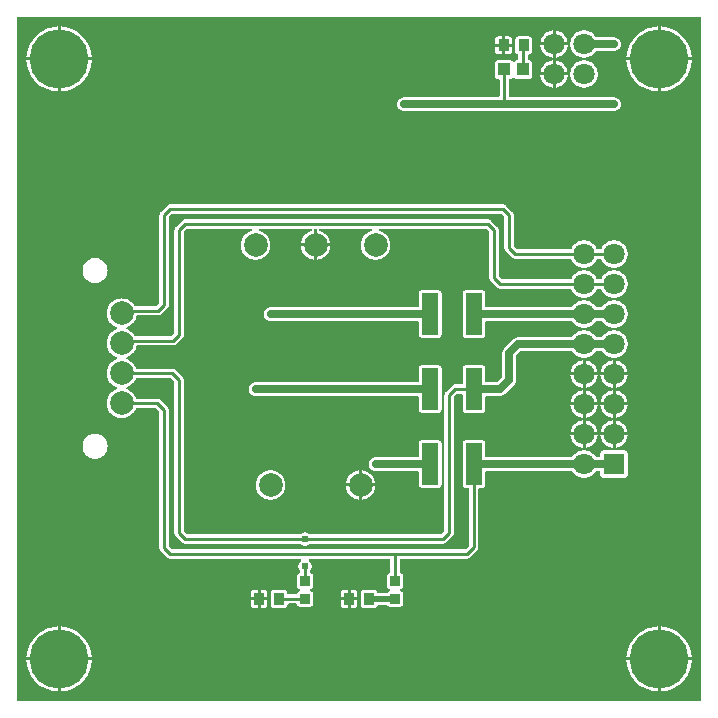
<source format=gtl>
G04 Layer: TopLayer*
G04 EasyEDA v6.5.32, 2023-07-25 14:04:49*
G04 c8ab560ed44a410f903f0410a66912ea,5a6b42c53f6a479593ecc07194224c93,10*
G04 Gerber Generator version 0.2*
G04 Scale: 100 percent, Rotated: No, Reflected: No *
G04 Dimensions in millimeters *
G04 leading zeros omitted , absolute positions ,4 integer and 5 decimal *
%FSLAX45Y45*%
%MOMM*%

%AMMACRO1*21,1,$1,$2,0,0,$3*%
%ADD10C,0.2540*%
%ADD11C,0.6350*%
%ADD12C,0.5000*%
%ADD13MACRO1,0.864X0.8065X0.0000*%
%ADD14R,0.8640X0.8065*%
%ADD15R,0.8999X1.0000*%
%ADD16R,1.0000X1.1000*%
%ADD17MACRO1,3.4992X1.4067X90.0000*%
%ADD18R,1.8000X1.8000*%
%ADD19C,1.8000*%
%ADD20C,5.0000*%
%ADD21C,2.0000*%
%ADD22C,0.6096*%
%ADD23C,0.0111*%

%LPD*%
G36*
X5805932Y25908D02*
G01*
X36068Y26416D01*
X32156Y27178D01*
X28905Y29362D01*
X26670Y32664D01*
X25908Y36576D01*
X25908Y5805932D01*
X26670Y5809843D01*
X28905Y5813094D01*
X32156Y5815330D01*
X36068Y5816092D01*
X5805932Y5816092D01*
X5809843Y5815330D01*
X5813094Y5813094D01*
X5815330Y5809843D01*
X5816092Y5805932D01*
X5816092Y36068D01*
X5815330Y32207D01*
X5813094Y28905D01*
X5809843Y26670D01*
G37*

%LPC*%
G36*
X4584700Y5600700D02*
G01*
X4687112Y5600700D01*
X4686960Y5602528D01*
X4684268Y5616803D01*
X4679746Y5630672D01*
X4673549Y5643829D01*
X4665776Y5656122D01*
X4656480Y5667349D01*
X4645863Y5677306D01*
X4634077Y5685840D01*
X4621326Y5692851D01*
X4607814Y5698236D01*
X4593691Y5701842D01*
X4584700Y5702960D01*
G37*
G36*
X393700Y105562D02*
G01*
X398322Y105664D01*
X421284Y108051D01*
X443992Y112369D01*
X466242Y118618D01*
X487934Y126644D01*
X508812Y136499D01*
X528828Y148031D01*
X547827Y161239D01*
X565607Y175971D01*
X582117Y192125D01*
X597204Y209600D01*
X610819Y228295D01*
X622757Y248107D01*
X633018Y268782D01*
X641553Y290271D01*
X648208Y312369D01*
X653034Y334975D01*
X655929Y357936D01*
X656336Y368300D01*
X393700Y368300D01*
G37*
G36*
X5448300Y105613D02*
G01*
X5448300Y368300D01*
X5185410Y368300D01*
X5187289Y346405D01*
X5191150Y323646D01*
X5196890Y301244D01*
X5204460Y279450D01*
X5213858Y258317D01*
X5224983Y238099D01*
X5237784Y218846D01*
X5252161Y200710D01*
X5267960Y183896D01*
X5285130Y168402D01*
X5303520Y154432D01*
X5323027Y142087D01*
X5343499Y131368D01*
X5364835Y122428D01*
X5386781Y115265D01*
X5409285Y109982D01*
X5432145Y106629D01*
G37*
G36*
X368300Y105613D02*
G01*
X368300Y368300D01*
X105410Y368300D01*
X107289Y346405D01*
X111150Y323646D01*
X116890Y301244D01*
X124460Y279450D01*
X133858Y258317D01*
X144983Y238099D01*
X157784Y218846D01*
X172161Y200710D01*
X187960Y183896D01*
X205130Y168402D01*
X223520Y154432D01*
X243027Y142087D01*
X263499Y131368D01*
X284835Y122428D01*
X306781Y115265D01*
X329285Y109982D01*
X352145Y106629D01*
G37*
G36*
X5473700Y393700D02*
G01*
X5736336Y393700D01*
X5735929Y404063D01*
X5733034Y427024D01*
X5728208Y449630D01*
X5721553Y471728D01*
X5713018Y493217D01*
X5702757Y513892D01*
X5690819Y533704D01*
X5677204Y552348D01*
X5662117Y569874D01*
X5645607Y586028D01*
X5627827Y600760D01*
X5608828Y613968D01*
X5588812Y625500D01*
X5567934Y635355D01*
X5546242Y643382D01*
X5523992Y649630D01*
X5501284Y653948D01*
X5478322Y656336D01*
X5473700Y656437D01*
G37*
G36*
X393700Y393700D02*
G01*
X656336Y393700D01*
X655929Y404063D01*
X653034Y427024D01*
X648208Y449630D01*
X641553Y471728D01*
X633018Y493217D01*
X622757Y513892D01*
X610819Y533704D01*
X597204Y552348D01*
X582117Y569874D01*
X565607Y586028D01*
X547827Y600760D01*
X528828Y613968D01*
X508812Y625500D01*
X487934Y635355D01*
X466242Y643382D01*
X443992Y649630D01*
X421284Y653948D01*
X398322Y656336D01*
X393700Y656437D01*
G37*
G36*
X5185410Y393700D02*
G01*
X5448300Y393700D01*
X5448300Y656386D01*
X5432145Y655370D01*
X5409285Y652018D01*
X5386781Y646734D01*
X5364835Y639572D01*
X5343499Y630631D01*
X5323027Y619912D01*
X5303520Y607568D01*
X5285130Y593598D01*
X5267960Y578104D01*
X5252161Y561289D01*
X5237784Y543153D01*
X5224983Y523900D01*
X5213858Y503682D01*
X5204460Y482549D01*
X5196890Y460756D01*
X5191150Y438353D01*
X5187289Y415594D01*
G37*
G36*
X105410Y393700D02*
G01*
X368300Y393700D01*
X368300Y656386D01*
X352145Y655370D01*
X329285Y652018D01*
X306781Y646734D01*
X284835Y639572D01*
X263499Y630631D01*
X243027Y619912D01*
X223520Y607568D01*
X205130Y593598D01*
X187960Y578104D01*
X172161Y561289D01*
X157784Y543153D01*
X144983Y523900D01*
X133858Y503682D01*
X124460Y482549D01*
X116890Y460756D01*
X111150Y438353D01*
X107289Y415594D01*
G37*
G36*
X2029561Y813104D02*
G01*
X2061311Y813104D01*
X2061311Y876300D01*
X2003094Y876300D01*
X2003094Y839571D01*
X2003806Y833221D01*
X2005685Y827786D01*
X2008784Y822858D01*
X2012899Y818794D01*
X2017775Y815695D01*
X2023262Y813816D01*
G37*
G36*
X2086711Y813104D02*
G01*
X2118410Y813104D01*
X2124710Y813816D01*
X2130196Y815695D01*
X2135073Y818794D01*
X2139188Y822858D01*
X2142286Y827786D01*
X2144166Y833221D01*
X2144877Y839571D01*
X2144877Y876300D01*
X2086711Y876300D01*
G37*
G36*
X2791561Y813104D02*
G01*
X2823311Y813104D01*
X2823311Y876300D01*
X2765094Y876300D01*
X2765094Y839571D01*
X2765806Y833272D01*
X2767736Y827786D01*
X2770784Y822909D01*
X2774899Y818794D01*
X2779776Y815695D01*
X2785262Y813816D01*
G37*
G36*
X2848711Y813104D02*
G01*
X2880410Y813104D01*
X2886760Y813816D01*
X2892196Y815695D01*
X2897124Y818794D01*
X2901188Y822909D01*
X2904286Y827786D01*
X2906217Y833272D01*
X2906928Y839571D01*
X2906928Y876300D01*
X2848711Y876300D01*
G37*
G36*
X2199538Y813104D02*
G01*
X2288387Y813104D01*
X2294737Y813816D01*
X2300173Y815695D01*
X2305100Y818794D01*
X2309164Y822858D01*
X2312263Y827786D01*
X2314194Y833221D01*
X2314905Y840536D01*
X2315667Y844397D01*
X2317851Y847699D01*
X2321153Y849884D01*
X2325014Y850696D01*
X2385669Y850900D01*
X2389733Y850036D01*
X2393137Y847648D01*
X2395321Y844092D01*
X2397302Y838352D01*
X2400401Y833424D01*
X2404465Y829360D01*
X2409393Y826262D01*
X2414828Y824331D01*
X2421178Y823620D01*
X2506421Y823620D01*
X2512771Y824331D01*
X2518206Y826262D01*
X2523083Y829360D01*
X2527198Y833424D01*
X2530297Y838352D01*
X2532176Y843787D01*
X2532888Y850137D01*
X2532888Y929640D01*
X2532176Y935939D01*
X2530297Y941425D01*
X2527198Y946302D01*
X2523083Y950417D01*
X2518206Y953465D01*
X2512110Y955598D01*
X2508554Y957732D01*
X2506167Y961136D01*
X2505354Y965200D01*
X2506167Y969264D01*
X2508554Y972667D01*
X2512110Y974801D01*
X2518206Y976934D01*
X2523083Y979982D01*
X2527198Y984097D01*
X2530297Y988974D01*
X2532176Y994460D01*
X2532888Y1000760D01*
X2532888Y1080262D01*
X2532176Y1086612D01*
X2530297Y1092047D01*
X2527198Y1096975D01*
X2523083Y1101039D01*
X2518206Y1104138D01*
X2512771Y1106017D01*
X2507894Y1107236D01*
X2504998Y1109522D01*
X2503068Y1112672D01*
X2502408Y1116279D01*
X2502408Y1123391D01*
X2503170Y1127302D01*
X2505354Y1130604D01*
X2506980Y1132179D01*
X2512618Y1140206D01*
X2516733Y1149146D01*
X2519273Y1158595D01*
X2520137Y1168400D01*
X2519273Y1178204D01*
X2516733Y1187653D01*
X2512618Y1196594D01*
X2506980Y1204620D01*
X2500020Y1211580D01*
X2498090Y1212900D01*
X2495194Y1215999D01*
X2493822Y1220063D01*
X2494229Y1224280D01*
X2496362Y1227988D01*
X2499766Y1230477D01*
X2503932Y1231392D01*
X3177032Y1231392D01*
X3180892Y1230630D01*
X3184194Y1228394D01*
X3186430Y1225092D01*
X3187192Y1221232D01*
X3187192Y1116279D01*
X3186531Y1112672D01*
X3184601Y1109522D01*
X3181705Y1107236D01*
X3176828Y1106017D01*
X3171393Y1104138D01*
X3166465Y1101039D01*
X3162401Y1096975D01*
X3159302Y1092047D01*
X3157372Y1086612D01*
X3156661Y1080262D01*
X3156661Y1000760D01*
X3157372Y994460D01*
X3159302Y988974D01*
X3162401Y984097D01*
X3166465Y979982D01*
X3171393Y976934D01*
X3177438Y974801D01*
X3180994Y972667D01*
X3183432Y969264D01*
X3184245Y965200D01*
X3183432Y961136D01*
X3180994Y957732D01*
X3177438Y955598D01*
X3171393Y953465D01*
X3166465Y950417D01*
X3162401Y946302D01*
X3159404Y942644D01*
X3156458Y941019D01*
X3153105Y940409D01*
X3085033Y940206D01*
X3080969Y941019D01*
X3077565Y943406D01*
X3075432Y946962D01*
X3074263Y950214D01*
X3071215Y955141D01*
X3067100Y959205D01*
X3062224Y962304D01*
X3056737Y964184D01*
X3050438Y964895D01*
X2961589Y964895D01*
X2955239Y964184D01*
X2949803Y962304D01*
X2944876Y959205D01*
X2940812Y955141D01*
X2937713Y950214D01*
X2935833Y944778D01*
X2935122Y938428D01*
X2935122Y839571D01*
X2935833Y833272D01*
X2937713Y827786D01*
X2940812Y822909D01*
X2944876Y818794D01*
X2949803Y815695D01*
X2955239Y813816D01*
X2961589Y813104D01*
X3050438Y813104D01*
X3056737Y813816D01*
X3062224Y815695D01*
X3067100Y818794D01*
X3071215Y822909D01*
X3074263Y827786D01*
X3075584Y831545D01*
X3077718Y835101D01*
X3081121Y837488D01*
X3085134Y838352D01*
X3153511Y838606D01*
X3156864Y838047D01*
X3159861Y836371D01*
X3162401Y833424D01*
X3166465Y829360D01*
X3171393Y826262D01*
X3176828Y824331D01*
X3183178Y823620D01*
X3268421Y823620D01*
X3274720Y824331D01*
X3280206Y826262D01*
X3285083Y829360D01*
X3289198Y833424D01*
X3292297Y838352D01*
X3294176Y843787D01*
X3294887Y850137D01*
X3294887Y929640D01*
X3294176Y935939D01*
X3292297Y941425D01*
X3289198Y946302D01*
X3285083Y950417D01*
X3280206Y953465D01*
X3274110Y955598D01*
X3270554Y957732D01*
X3268167Y961136D01*
X3267303Y965200D01*
X3268167Y969264D01*
X3270554Y972667D01*
X3274110Y974801D01*
X3280206Y976934D01*
X3285083Y979982D01*
X3289198Y984097D01*
X3292297Y988974D01*
X3294176Y994460D01*
X3294887Y1000760D01*
X3294887Y1080262D01*
X3294176Y1086612D01*
X3292297Y1092047D01*
X3289198Y1096975D01*
X3285083Y1101039D01*
X3280206Y1104138D01*
X3274720Y1106017D01*
X3269894Y1107236D01*
X3266998Y1109522D01*
X3265068Y1112672D01*
X3264408Y1116279D01*
X3264408Y1221232D01*
X3265170Y1225092D01*
X3267354Y1228394D01*
X3270656Y1230630D01*
X3274567Y1231392D01*
X3834892Y1231392D01*
X3842918Y1232154D01*
X3850132Y1234389D01*
X3856837Y1237945D01*
X3863035Y1243025D01*
X3920642Y1300683D01*
X3925773Y1306880D01*
X3929329Y1313586D01*
X3931513Y1320800D01*
X3932326Y1328826D01*
X3932326Y1820976D01*
X3933088Y1824837D01*
X3935323Y1828139D01*
X3938574Y1830374D01*
X3942486Y1831136D01*
X3963466Y1831136D01*
X3969816Y1831848D01*
X3975252Y1833727D01*
X3980179Y1836826D01*
X3984244Y1840941D01*
X3987342Y1845818D01*
X3989273Y1851304D01*
X3989984Y1857603D01*
X3989984Y1964131D01*
X3990746Y1968042D01*
X3992930Y1971344D01*
X3996232Y1973529D01*
X4000144Y1974291D01*
X4719777Y1974291D01*
X4722876Y1973834D01*
X4725720Y1972360D01*
X4727956Y1970125D01*
X4736693Y1958136D01*
X4746650Y1947519D01*
X4757877Y1938223D01*
X4770170Y1930450D01*
X4783328Y1924253D01*
X4797145Y1919732D01*
X4811471Y1917039D01*
X4826000Y1916125D01*
X4840528Y1917039D01*
X4854803Y1919732D01*
X4868672Y1924253D01*
X4881829Y1930450D01*
X4894122Y1938223D01*
X4905298Y1947519D01*
X4915306Y1958136D01*
X4923993Y1970125D01*
X4926279Y1972411D01*
X4929073Y1973834D01*
X4932222Y1974342D01*
X4953914Y1974342D01*
X4957826Y1973580D01*
X4961128Y1971344D01*
X4963312Y1968042D01*
X4964074Y1964182D01*
X4964074Y1942541D01*
X4964785Y1936242D01*
X4966716Y1930806D01*
X4969764Y1925878D01*
X4973878Y1921814D01*
X4978755Y1918716D01*
X4984242Y1916785D01*
X4990541Y1916074D01*
X5169408Y1916074D01*
X5175758Y1916785D01*
X5181193Y1918716D01*
X5186121Y1921814D01*
X5190185Y1925878D01*
X5193284Y1930806D01*
X5195163Y1936242D01*
X5195874Y1942541D01*
X5195874Y2121408D01*
X5195163Y2127758D01*
X5193284Y2133193D01*
X5190185Y2138121D01*
X5186121Y2142185D01*
X5181193Y2145284D01*
X5175758Y2147214D01*
X5169408Y2147925D01*
X4990541Y2147925D01*
X4984242Y2147214D01*
X4978755Y2145284D01*
X4973878Y2142185D01*
X4969764Y2138121D01*
X4966716Y2133193D01*
X4964785Y2127758D01*
X4964074Y2121408D01*
X4964074Y2099818D01*
X4963312Y2095906D01*
X4961128Y2092604D01*
X4957826Y2090420D01*
X4953914Y2089657D01*
X4932222Y2089657D01*
X4929073Y2090166D01*
X4926279Y2091588D01*
X4923993Y2093823D01*
X4915306Y2105863D01*
X4905298Y2116480D01*
X4894122Y2125726D01*
X4881829Y2133549D01*
X4868672Y2139746D01*
X4854803Y2144217D01*
X4840528Y2146960D01*
X4826000Y2147874D01*
X4811471Y2146960D01*
X4797145Y2144217D01*
X4783328Y2139746D01*
X4770170Y2133549D01*
X4757877Y2125726D01*
X4746650Y2116480D01*
X4736693Y2105863D01*
X4727956Y2093823D01*
X4725720Y2091588D01*
X4722876Y2090115D01*
X4719726Y2089607D01*
X4000144Y2089607D01*
X3996232Y2090420D01*
X3992930Y2092604D01*
X3990746Y2095906D01*
X3989984Y2099767D01*
X3989984Y2206396D01*
X3989273Y2212695D01*
X3987342Y2218182D01*
X3984244Y2223058D01*
X3980179Y2227173D01*
X3975252Y2230221D01*
X3969816Y2232152D01*
X3963466Y2232863D01*
X3823970Y2232863D01*
X3817620Y2232152D01*
X3812184Y2230221D01*
X3807256Y2227173D01*
X3803192Y2223058D01*
X3800094Y2218182D01*
X3798214Y2212695D01*
X3797503Y2206396D01*
X3797503Y1857603D01*
X3798214Y1851304D01*
X3800094Y1845818D01*
X3803192Y1840941D01*
X3807256Y1836826D01*
X3812184Y1833727D01*
X3817620Y1831848D01*
X3823970Y1831136D01*
X3844950Y1831136D01*
X3848862Y1830374D01*
X3852113Y1828139D01*
X3854348Y1824837D01*
X3855110Y1820976D01*
X3855110Y1348536D01*
X3854348Y1344625D01*
X3852113Y1341323D01*
X3822395Y1311605D01*
X3819093Y1309370D01*
X3815181Y1308608D01*
X1341018Y1308608D01*
X1337106Y1309370D01*
X1333804Y1311605D01*
X1311605Y1333804D01*
X1309370Y1337106D01*
X1308608Y1341018D01*
X1308608Y2488692D01*
X1307795Y2496718D01*
X1305610Y2503932D01*
X1302054Y2510637D01*
X1296924Y2516835D01*
X1241145Y2572664D01*
X1234897Y2577795D01*
X1228242Y2581351D01*
X1220978Y2583535D01*
X1213002Y2584297D01*
X1037793Y2584297D01*
X1034034Y2585059D01*
X1030782Y2587142D01*
X1028547Y2590292D01*
X1022299Y2604211D01*
X1014425Y2617266D01*
X1005027Y2629204D01*
X994308Y2639974D01*
X982319Y2649321D01*
X969314Y2657195D01*
X955395Y2663444D01*
X952246Y2665679D01*
X950112Y2668930D01*
X949401Y2672740D01*
X950112Y2676550D01*
X952246Y2679750D01*
X955395Y2681986D01*
X969314Y2688285D01*
X982319Y2696108D01*
X994308Y2705506D01*
X1005027Y2716276D01*
X1014425Y2728214D01*
X1022299Y2741218D01*
X1028547Y2755138D01*
X1030732Y2758287D01*
X1033983Y2760370D01*
X1037793Y2761081D01*
X1320292Y2761081D01*
X1324152Y2760319D01*
X1327454Y2758135D01*
X1355394Y2730195D01*
X1357630Y2726893D01*
X1358392Y2722981D01*
X1358392Y1448308D01*
X1359204Y1440281D01*
X1361389Y1433017D01*
X1364945Y1426362D01*
X1370025Y1420164D01*
X1420164Y1370025D01*
X1426362Y1364945D01*
X1433017Y1361389D01*
X1440281Y1359154D01*
X1448308Y1358392D01*
X2418791Y1358392D01*
X2422702Y1357630D01*
X2426004Y1355394D01*
X2427579Y1353820D01*
X2435606Y1348181D01*
X2444546Y1344066D01*
X2453995Y1341526D01*
X2463800Y1340662D01*
X2473604Y1341526D01*
X2483053Y1344066D01*
X2491994Y1348181D01*
X2500020Y1353820D01*
X2501595Y1355394D01*
X2504897Y1357630D01*
X2508808Y1358392D01*
X3631692Y1358392D01*
X3639718Y1359154D01*
X3646932Y1361389D01*
X3653637Y1364945D01*
X3659835Y1370025D01*
X3709924Y1420164D01*
X3715054Y1426362D01*
X3718610Y1433017D01*
X3720795Y1440281D01*
X3721608Y1448308D01*
X3721608Y2595981D01*
X3722370Y2599893D01*
X3724554Y2603195D01*
X3746804Y2625394D01*
X3750106Y2627630D01*
X3753967Y2628392D01*
X3787343Y2628392D01*
X3791204Y2627630D01*
X3794506Y2625394D01*
X3796690Y2622092D01*
X3797503Y2618232D01*
X3797503Y2492603D01*
X3798214Y2486304D01*
X3800094Y2480818D01*
X3803192Y2475941D01*
X3807256Y2471826D01*
X3812184Y2468727D01*
X3817620Y2466848D01*
X3823970Y2466136D01*
X3963466Y2466136D01*
X3969816Y2466848D01*
X3975252Y2468727D01*
X3980179Y2471826D01*
X3984244Y2475941D01*
X3987342Y2480818D01*
X3989273Y2486304D01*
X3989984Y2492603D01*
X3989984Y2599131D01*
X3990746Y2603042D01*
X3992930Y2606344D01*
X3996232Y2608529D01*
X4000144Y2609291D01*
X4114342Y2609291D01*
X4124248Y2610154D01*
X4133494Y2612491D01*
X4142181Y2616301D01*
X4150258Y2621584D01*
X4155744Y2626410D01*
X4231436Y2702102D01*
X4237888Y2709722D01*
X4242765Y2717901D01*
X4246219Y2726740D01*
X4248200Y2736189D01*
X4248658Y2743504D01*
X4248658Y2943707D01*
X4249420Y2947568D01*
X4251604Y2950870D01*
X4288078Y2987344D01*
X4291380Y2989580D01*
X4295292Y2990342D01*
X4719726Y2990342D01*
X4722876Y2989834D01*
X4725720Y2988411D01*
X4727956Y2986125D01*
X4736693Y2974136D01*
X4746650Y2963519D01*
X4757877Y2954223D01*
X4770170Y2946450D01*
X4783328Y2940253D01*
X4797145Y2935732D01*
X4811471Y2933039D01*
X4826000Y2932125D01*
X4840528Y2933039D01*
X4854803Y2935732D01*
X4868672Y2940253D01*
X4881829Y2946450D01*
X4894122Y2954223D01*
X4905298Y2963519D01*
X4915306Y2974136D01*
X4923993Y2986125D01*
X4926279Y2988411D01*
X4929073Y2989834D01*
X4932222Y2990342D01*
X4973726Y2990342D01*
X4976876Y2989834D01*
X4979720Y2988411D01*
X4981956Y2986125D01*
X4990693Y2974136D01*
X5000650Y2963519D01*
X5011877Y2954223D01*
X5024170Y2946450D01*
X5037328Y2940253D01*
X5051145Y2935732D01*
X5065471Y2933039D01*
X5080000Y2932125D01*
X5094528Y2933039D01*
X5108803Y2935732D01*
X5122672Y2940253D01*
X5135829Y2946450D01*
X5148122Y2954223D01*
X5159298Y2963519D01*
X5169306Y2974136D01*
X5177840Y2985922D01*
X5184851Y2998673D01*
X5190185Y3012186D01*
X5193842Y3026257D01*
X5195671Y3040735D01*
X5195671Y3055264D01*
X5193842Y3069691D01*
X5190185Y3083814D01*
X5184851Y3097326D01*
X5177840Y3110077D01*
X5169306Y3121863D01*
X5159298Y3132480D01*
X5148122Y3141726D01*
X5135829Y3149549D01*
X5122672Y3155746D01*
X5108803Y3160217D01*
X5094528Y3162960D01*
X5080000Y3163874D01*
X5065471Y3162960D01*
X5051145Y3160217D01*
X5037328Y3155746D01*
X5024170Y3149549D01*
X5011877Y3141726D01*
X5000650Y3132480D01*
X4990693Y3121863D01*
X4981956Y3109823D01*
X4979720Y3107588D01*
X4976876Y3106166D01*
X4973726Y3105658D01*
X4932222Y3105658D01*
X4929073Y3106166D01*
X4926279Y3107588D01*
X4923993Y3109823D01*
X4915306Y3121863D01*
X4905298Y3132480D01*
X4894122Y3141726D01*
X4881829Y3149549D01*
X4868672Y3155746D01*
X4854803Y3160217D01*
X4840528Y3162960D01*
X4826000Y3163874D01*
X4811471Y3162960D01*
X4797145Y3160217D01*
X4783328Y3155746D01*
X4770170Y3149549D01*
X4757877Y3141726D01*
X4746650Y3132480D01*
X4736693Y3121863D01*
X4727956Y3109823D01*
X4725720Y3107588D01*
X4722876Y3106166D01*
X4719726Y3105658D01*
X4267606Y3105658D01*
X4257700Y3104845D01*
X4248454Y3102508D01*
X4239768Y3098647D01*
X4231690Y3093415D01*
X4226204Y3088538D01*
X4150512Y3012846D01*
X4144111Y3005277D01*
X4139234Y2997098D01*
X4135780Y2988259D01*
X4133799Y2978810D01*
X4133342Y2971495D01*
X4133342Y2771292D01*
X4132579Y2767380D01*
X4130344Y2764078D01*
X4093870Y2727604D01*
X4090568Y2725420D01*
X4086656Y2724607D01*
X4000144Y2724607D01*
X3996232Y2725420D01*
X3992930Y2727604D01*
X3990746Y2730906D01*
X3989984Y2734767D01*
X3989984Y2841396D01*
X3989273Y2847695D01*
X3987342Y2853182D01*
X3984244Y2858058D01*
X3980179Y2862173D01*
X3975252Y2865221D01*
X3969816Y2867152D01*
X3963466Y2867863D01*
X3823970Y2867863D01*
X3817620Y2867152D01*
X3812184Y2865221D01*
X3807256Y2862173D01*
X3803192Y2858058D01*
X3800094Y2853182D01*
X3798214Y2847695D01*
X3797503Y2841396D01*
X3797503Y2715768D01*
X3796690Y2711856D01*
X3794506Y2708554D01*
X3791204Y2706370D01*
X3787343Y2705608D01*
X3734308Y2705608D01*
X3726281Y2704795D01*
X3719017Y2702610D01*
X3712362Y2699054D01*
X3706164Y2693924D01*
X3656025Y2643835D01*
X3650945Y2637637D01*
X3647389Y2630932D01*
X3645154Y2623718D01*
X3644392Y2615692D01*
X3644392Y1468018D01*
X3643629Y1464106D01*
X3641394Y1460804D01*
X3619195Y1438605D01*
X3615893Y1436370D01*
X3611981Y1435608D01*
X2508808Y1435608D01*
X2504897Y1436370D01*
X2501595Y1438605D01*
X2500020Y1440180D01*
X2491994Y1445818D01*
X2483053Y1449933D01*
X2473604Y1452473D01*
X2463800Y1453337D01*
X2453995Y1452473D01*
X2444546Y1449933D01*
X2435606Y1445818D01*
X2427579Y1440180D01*
X2426004Y1438605D01*
X2422702Y1436370D01*
X2418791Y1435608D01*
X1468018Y1435608D01*
X1464106Y1436370D01*
X1460804Y1438605D01*
X1438605Y1460804D01*
X1436370Y1464106D01*
X1435608Y1468018D01*
X1435608Y2742692D01*
X1434795Y2750718D01*
X1432610Y2757932D01*
X1429054Y2764637D01*
X1423924Y2770835D01*
X1368145Y2826664D01*
X1361897Y2831795D01*
X1355242Y2835351D01*
X1347978Y2837535D01*
X1340002Y2838297D01*
X1037793Y2838297D01*
X1034034Y2839059D01*
X1030782Y2841142D01*
X1028547Y2844292D01*
X1022299Y2858211D01*
X1014425Y2871266D01*
X1005027Y2883204D01*
X994308Y2893974D01*
X982319Y2903321D01*
X969314Y2911195D01*
X955395Y2917444D01*
X952246Y2919679D01*
X950112Y2922930D01*
X949401Y2926740D01*
X950112Y2930550D01*
X952246Y2933750D01*
X955395Y2935986D01*
X969314Y2942285D01*
X982319Y2950108D01*
X994308Y2959506D01*
X1005027Y2970276D01*
X1014425Y2982214D01*
X1022299Y2995218D01*
X1028496Y3009087D01*
X1033018Y3023616D01*
X1033983Y3028746D01*
X1035202Y3032048D01*
X1037488Y3034741D01*
X1040536Y3036468D01*
X1043990Y3037078D01*
X1347978Y3037078D01*
X1356004Y3037890D01*
X1363218Y3040075D01*
X1369923Y3043631D01*
X1376121Y3048762D01*
X1423924Y3096564D01*
X1429054Y3102762D01*
X1432610Y3109468D01*
X1434795Y3116681D01*
X1435608Y3124708D01*
X1435608Y3992981D01*
X1436370Y3996893D01*
X1438605Y4000195D01*
X1460804Y4022394D01*
X1464106Y4024629D01*
X1468018Y4025392D01*
X2002282Y4025392D01*
X2006295Y4024579D01*
X2009648Y4022242D01*
X2011832Y4018737D01*
X2012442Y4014724D01*
X2011375Y4010761D01*
X2008886Y4007510D01*
X2005279Y4005529D01*
X2000046Y4003903D01*
X1986178Y3997655D01*
X1973173Y3989781D01*
X1961235Y3980434D01*
X1950466Y3969664D01*
X1941118Y3957726D01*
X1933244Y3944670D01*
X1926996Y3930853D01*
X1922475Y3916324D01*
X1919732Y3901389D01*
X1918817Y3886200D01*
X1919732Y3871010D01*
X1922475Y3856075D01*
X1926996Y3841546D01*
X1933244Y3827678D01*
X1941118Y3814673D01*
X1950466Y3802684D01*
X1961235Y3791965D01*
X1973173Y3782568D01*
X1986178Y3774744D01*
X2000046Y3768496D01*
X2014575Y3763975D01*
X2029510Y3761232D01*
X2044700Y3760317D01*
X2059889Y3761232D01*
X2074824Y3763975D01*
X2089353Y3768496D01*
X2103221Y3774744D01*
X2116226Y3782568D01*
X2128164Y3791965D01*
X2138934Y3802684D01*
X2148281Y3814673D01*
X2156155Y3827678D01*
X2162403Y3841546D01*
X2166924Y3856075D01*
X2169668Y3871010D01*
X2170582Y3886200D01*
X2169668Y3901389D01*
X2166924Y3916324D01*
X2162403Y3930853D01*
X2156155Y3944670D01*
X2148281Y3957726D01*
X2138934Y3969664D01*
X2128164Y3980434D01*
X2116226Y3989781D01*
X2103221Y3997655D01*
X2089353Y4003903D01*
X2084120Y4005529D01*
X2080514Y4007510D01*
X2078024Y4010761D01*
X2076957Y4014724D01*
X2077567Y4018737D01*
X2079752Y4022242D01*
X2083104Y4024579D01*
X2087118Y4025392D01*
X2510282Y4025392D01*
X2514295Y4024579D01*
X2517648Y4022242D01*
X2519832Y4018737D01*
X2520442Y4014724D01*
X2519375Y4010761D01*
X2516886Y4007510D01*
X2513279Y4005529D01*
X2508046Y4003903D01*
X2494178Y3997655D01*
X2481173Y3989781D01*
X2469235Y3980434D01*
X2458466Y3969664D01*
X2449118Y3957726D01*
X2441244Y3944670D01*
X2434996Y3930853D01*
X2430475Y3916324D01*
X2427732Y3901389D01*
X2427579Y3898900D01*
X2540000Y3898900D01*
X2540000Y4015232D01*
X2540762Y4019143D01*
X2542997Y4022394D01*
X2546248Y4024629D01*
X2550160Y4025392D01*
X2555240Y4025392D01*
X2559151Y4024629D01*
X2562402Y4022394D01*
X2564638Y4019143D01*
X2565400Y4015232D01*
X2565400Y3898900D01*
X2677820Y3898900D01*
X2677668Y3901389D01*
X2674924Y3916324D01*
X2670403Y3930853D01*
X2664155Y3944670D01*
X2656281Y3957726D01*
X2646934Y3969664D01*
X2636164Y3980434D01*
X2624226Y3989781D01*
X2611221Y3997655D01*
X2597353Y4003903D01*
X2592120Y4005529D01*
X2588514Y4007510D01*
X2586024Y4010761D01*
X2584958Y4014724D01*
X2585567Y4018737D01*
X2587752Y4022242D01*
X2591104Y4024579D01*
X2595118Y4025392D01*
X3018282Y4025392D01*
X3022295Y4024579D01*
X3025648Y4022242D01*
X3027832Y4018737D01*
X3028442Y4014724D01*
X3027375Y4010761D01*
X3024886Y4007510D01*
X3021279Y4005529D01*
X3016046Y4003903D01*
X3002178Y3997655D01*
X2989173Y3989781D01*
X2977235Y3980434D01*
X2966466Y3969664D01*
X2957118Y3957726D01*
X2949244Y3944670D01*
X2942996Y3930853D01*
X2938475Y3916324D01*
X2935732Y3901389D01*
X2934817Y3886200D01*
X2935732Y3871010D01*
X2938475Y3856075D01*
X2942996Y3841546D01*
X2949244Y3827678D01*
X2957118Y3814673D01*
X2966466Y3802684D01*
X2977235Y3791965D01*
X2989173Y3782568D01*
X3002178Y3774744D01*
X3016046Y3768496D01*
X3030575Y3763975D01*
X3045510Y3761232D01*
X3060700Y3760317D01*
X3075889Y3761232D01*
X3090824Y3763975D01*
X3105353Y3768496D01*
X3119221Y3774744D01*
X3132226Y3782568D01*
X3144164Y3791965D01*
X3154934Y3802684D01*
X3164281Y3814673D01*
X3172155Y3827678D01*
X3178403Y3841546D01*
X3182924Y3856075D01*
X3185668Y3871010D01*
X3186582Y3886200D01*
X3185668Y3901389D01*
X3182924Y3916324D01*
X3178403Y3930853D01*
X3172155Y3944670D01*
X3164281Y3957726D01*
X3154934Y3969664D01*
X3144164Y3980434D01*
X3132226Y3989781D01*
X3119221Y3997655D01*
X3105353Y4003903D01*
X3100120Y4005529D01*
X3096514Y4007510D01*
X3094024Y4010761D01*
X3092958Y4014724D01*
X3093567Y4018737D01*
X3095752Y4022242D01*
X3099104Y4024579D01*
X3103118Y4025392D01*
X3992981Y4025392D01*
X3996893Y4024629D01*
X4000195Y4022394D01*
X4022394Y4000195D01*
X4024629Y3996893D01*
X4025392Y3992981D01*
X4025392Y3607308D01*
X4026204Y3599281D01*
X4028389Y3592068D01*
X4031945Y3585362D01*
X4037076Y3579164D01*
X4087164Y3529076D01*
X4093362Y3523945D01*
X4100068Y3520389D01*
X4107281Y3518204D01*
X4115308Y3517392D01*
X4709972Y3517392D01*
X4713935Y3516579D01*
X4717237Y3514344D01*
X4719421Y3510991D01*
X4721148Y3506673D01*
X4728159Y3493922D01*
X4736693Y3482136D01*
X4746650Y3471519D01*
X4757877Y3462223D01*
X4770170Y3454450D01*
X4783328Y3448253D01*
X4797145Y3443732D01*
X4811471Y3441039D01*
X4826000Y3440125D01*
X4840528Y3441039D01*
X4854803Y3443732D01*
X4868672Y3448253D01*
X4881829Y3454450D01*
X4894122Y3462223D01*
X4905298Y3471519D01*
X4915306Y3482136D01*
X4923840Y3493922D01*
X4930851Y3506673D01*
X4932578Y3510991D01*
X4934762Y3514344D01*
X4938064Y3516579D01*
X4942027Y3517392D01*
X4963972Y3517392D01*
X4967935Y3516579D01*
X4971237Y3514344D01*
X4973421Y3510991D01*
X4975148Y3506673D01*
X4982159Y3493922D01*
X4990693Y3482136D01*
X5000650Y3471519D01*
X5011877Y3462223D01*
X5024170Y3454450D01*
X5037328Y3448253D01*
X5051145Y3443732D01*
X5065471Y3441039D01*
X5080000Y3440125D01*
X5094528Y3441039D01*
X5108803Y3443732D01*
X5122672Y3448253D01*
X5135829Y3454450D01*
X5148122Y3462223D01*
X5159298Y3471519D01*
X5169306Y3482136D01*
X5177840Y3493922D01*
X5184851Y3506673D01*
X5190185Y3520186D01*
X5193842Y3534257D01*
X5195671Y3548735D01*
X5195671Y3563264D01*
X5193842Y3577691D01*
X5190185Y3591814D01*
X5184851Y3605326D01*
X5177840Y3618077D01*
X5169306Y3629863D01*
X5159298Y3640480D01*
X5148122Y3649726D01*
X5135829Y3657549D01*
X5122672Y3663746D01*
X5108803Y3668217D01*
X5094528Y3670960D01*
X5080000Y3671874D01*
X5065471Y3670960D01*
X5051145Y3668217D01*
X5037328Y3663746D01*
X5024170Y3657549D01*
X5011877Y3649726D01*
X5000650Y3640480D01*
X4990693Y3629863D01*
X4982159Y3618077D01*
X4975148Y3605326D01*
X4973421Y3601008D01*
X4971237Y3597656D01*
X4967935Y3595420D01*
X4963972Y3594608D01*
X4942027Y3594608D01*
X4938064Y3595420D01*
X4934762Y3597656D01*
X4932578Y3601008D01*
X4930851Y3605326D01*
X4923840Y3618077D01*
X4915306Y3629863D01*
X4905298Y3640480D01*
X4894122Y3649726D01*
X4881829Y3657549D01*
X4868672Y3663746D01*
X4854803Y3668217D01*
X4840528Y3670960D01*
X4826000Y3671874D01*
X4811471Y3670960D01*
X4797145Y3668217D01*
X4783328Y3663746D01*
X4770170Y3657549D01*
X4757877Y3649726D01*
X4746650Y3640480D01*
X4736693Y3629863D01*
X4728159Y3618077D01*
X4721148Y3605326D01*
X4719421Y3601008D01*
X4717237Y3597656D01*
X4713935Y3595420D01*
X4709972Y3594608D01*
X4135018Y3594608D01*
X4131106Y3595370D01*
X4127804Y3597605D01*
X4105605Y3619804D01*
X4103370Y3623106D01*
X4102608Y3627018D01*
X4102608Y4012692D01*
X4101795Y4020718D01*
X4099610Y4027932D01*
X4096054Y4034637D01*
X4090924Y4040835D01*
X4040835Y4090924D01*
X4034637Y4096054D01*
X4027932Y4099610D01*
X4020718Y4101795D01*
X4012692Y4102608D01*
X1448308Y4102608D01*
X1440281Y4101795D01*
X1433068Y4099610D01*
X1426362Y4096054D01*
X1420164Y4090924D01*
X1370076Y4040835D01*
X1364945Y4034637D01*
X1361389Y4027932D01*
X1359204Y4020718D01*
X1358392Y4012692D01*
X1358392Y3144418D01*
X1357630Y3140506D01*
X1355394Y3137204D01*
X1335481Y3117291D01*
X1332179Y3115056D01*
X1328267Y3114294D01*
X1026769Y3114294D01*
X1023366Y3114903D01*
X1020318Y3116580D01*
X1018082Y3119221D01*
X1014425Y3125266D01*
X1005027Y3137204D01*
X994308Y3147974D01*
X982319Y3157321D01*
X969314Y3165195D01*
X955395Y3171444D01*
X952246Y3173679D01*
X950112Y3176930D01*
X949401Y3180740D01*
X950112Y3184550D01*
X952246Y3187750D01*
X955395Y3189986D01*
X969314Y3196285D01*
X982319Y3204108D01*
X994308Y3213506D01*
X1005027Y3224276D01*
X1014425Y3236214D01*
X1022299Y3249218D01*
X1028496Y3263087D01*
X1033018Y3277615D01*
X1033983Y3282746D01*
X1035202Y3286048D01*
X1037488Y3288741D01*
X1040536Y3290468D01*
X1043990Y3291078D01*
X1221232Y3291078D01*
X1229258Y3291890D01*
X1236472Y3294075D01*
X1243177Y3297631D01*
X1249375Y3302711D01*
X1297025Y3350615D01*
X1302054Y3356762D01*
X1305610Y3363468D01*
X1307795Y3370681D01*
X1308608Y3378708D01*
X1308608Y4119981D01*
X1309370Y4123893D01*
X1311605Y4127195D01*
X1333804Y4149394D01*
X1337106Y4151629D01*
X1341018Y4152392D01*
X4119981Y4152392D01*
X4123893Y4151629D01*
X4127195Y4149394D01*
X4149394Y4127195D01*
X4151629Y4123893D01*
X4152392Y4119981D01*
X4152392Y3861308D01*
X4153204Y3853281D01*
X4155389Y3846068D01*
X4158945Y3839362D01*
X4164076Y3833164D01*
X4214164Y3783076D01*
X4220362Y3777945D01*
X4227068Y3774389D01*
X4234281Y3772204D01*
X4242308Y3771392D01*
X4709972Y3771392D01*
X4713935Y3770579D01*
X4717237Y3768344D01*
X4719421Y3764991D01*
X4721148Y3760673D01*
X4728159Y3747922D01*
X4736693Y3736136D01*
X4746650Y3725519D01*
X4757877Y3716223D01*
X4770170Y3708450D01*
X4783328Y3702253D01*
X4797145Y3697732D01*
X4811471Y3695039D01*
X4826000Y3694125D01*
X4840528Y3695039D01*
X4854803Y3697732D01*
X4868672Y3702253D01*
X4881829Y3708450D01*
X4894122Y3716223D01*
X4905298Y3725519D01*
X4915306Y3736136D01*
X4923840Y3747922D01*
X4930851Y3760673D01*
X4932578Y3764991D01*
X4934762Y3768344D01*
X4938064Y3770579D01*
X4942027Y3771392D01*
X4963972Y3771392D01*
X4967935Y3770579D01*
X4971237Y3768344D01*
X4973421Y3764991D01*
X4975148Y3760673D01*
X4982159Y3747922D01*
X4990693Y3736136D01*
X5000650Y3725519D01*
X5011877Y3716223D01*
X5024170Y3708450D01*
X5037328Y3702253D01*
X5051145Y3697732D01*
X5065471Y3695039D01*
X5080000Y3694125D01*
X5094528Y3695039D01*
X5108803Y3697732D01*
X5122672Y3702253D01*
X5135829Y3708450D01*
X5148122Y3716223D01*
X5159298Y3725519D01*
X5169306Y3736136D01*
X5177840Y3747922D01*
X5184851Y3760673D01*
X5190185Y3774186D01*
X5193842Y3788257D01*
X5195671Y3802735D01*
X5195671Y3817264D01*
X5193842Y3831691D01*
X5190185Y3845814D01*
X5184851Y3859326D01*
X5177840Y3872077D01*
X5169306Y3883863D01*
X5159298Y3894480D01*
X5148122Y3903726D01*
X5135829Y3911549D01*
X5122672Y3917746D01*
X5108803Y3922217D01*
X5094528Y3924960D01*
X5080000Y3925874D01*
X5065471Y3924960D01*
X5051145Y3922217D01*
X5037328Y3917746D01*
X5024170Y3911549D01*
X5011877Y3903726D01*
X5000650Y3894480D01*
X4990693Y3883863D01*
X4982159Y3872077D01*
X4975148Y3859326D01*
X4973421Y3855008D01*
X4971237Y3851656D01*
X4967935Y3849420D01*
X4963972Y3848608D01*
X4942027Y3848608D01*
X4938064Y3849420D01*
X4934762Y3851656D01*
X4932578Y3855008D01*
X4930851Y3859326D01*
X4923840Y3872077D01*
X4915306Y3883863D01*
X4905298Y3894480D01*
X4894122Y3903726D01*
X4881829Y3911549D01*
X4868672Y3917746D01*
X4854803Y3922217D01*
X4840528Y3924960D01*
X4826000Y3925874D01*
X4811471Y3924960D01*
X4797145Y3922217D01*
X4783328Y3917746D01*
X4770170Y3911549D01*
X4757877Y3903726D01*
X4746650Y3894480D01*
X4736693Y3883863D01*
X4728159Y3872077D01*
X4721148Y3859326D01*
X4719421Y3855008D01*
X4717237Y3851656D01*
X4713935Y3849420D01*
X4709972Y3848608D01*
X4262018Y3848608D01*
X4258106Y3849370D01*
X4254804Y3851605D01*
X4232605Y3873804D01*
X4230370Y3877106D01*
X4229608Y3881018D01*
X4229608Y4139692D01*
X4228795Y4147718D01*
X4226610Y4154932D01*
X4223054Y4161637D01*
X4217924Y4167835D01*
X4167835Y4217924D01*
X4161637Y4223054D01*
X4154932Y4226610D01*
X4147718Y4228795D01*
X4139692Y4229608D01*
X1321308Y4229608D01*
X1313281Y4228795D01*
X1306068Y4226610D01*
X1299362Y4223054D01*
X1293164Y4217924D01*
X1243076Y4167835D01*
X1237945Y4161637D01*
X1234389Y4154932D01*
X1232204Y4147718D01*
X1231392Y4139692D01*
X1231392Y3398316D01*
X1230630Y3394456D01*
X1228445Y3391154D01*
X1208684Y3371291D01*
X1205382Y3369056D01*
X1201470Y3368294D01*
X1026769Y3368294D01*
X1023366Y3368903D01*
X1020318Y3370579D01*
X1018082Y3373221D01*
X1014425Y3379266D01*
X1005027Y3391204D01*
X994308Y3401974D01*
X982319Y3411321D01*
X969314Y3419195D01*
X955446Y3425444D01*
X940917Y3429965D01*
X925982Y3432708D01*
X910793Y3433622D01*
X895654Y3432708D01*
X880668Y3429965D01*
X866190Y3425444D01*
X852322Y3419195D01*
X839317Y3411321D01*
X827328Y3401974D01*
X816559Y3391204D01*
X807212Y3379266D01*
X799338Y3366211D01*
X793089Y3352393D01*
X788568Y3337864D01*
X785825Y3322929D01*
X784910Y3307740D01*
X785825Y3292551D01*
X788568Y3277615D01*
X793089Y3263087D01*
X799338Y3249218D01*
X807212Y3236214D01*
X816559Y3224276D01*
X827328Y3213506D01*
X839317Y3204108D01*
X852322Y3196285D01*
X866241Y3189986D01*
X869391Y3187750D01*
X871474Y3184550D01*
X872236Y3180740D01*
X871474Y3176930D01*
X869391Y3173679D01*
X866241Y3171444D01*
X852322Y3165195D01*
X839317Y3157321D01*
X827328Y3147974D01*
X816559Y3137204D01*
X807212Y3125266D01*
X799338Y3112211D01*
X793089Y3098393D01*
X788568Y3083864D01*
X785825Y3068929D01*
X784910Y3053740D01*
X785825Y3038551D01*
X788568Y3023616D01*
X793089Y3009087D01*
X799338Y2995218D01*
X807212Y2982214D01*
X816559Y2970276D01*
X827328Y2959506D01*
X839317Y2950108D01*
X852322Y2942285D01*
X866241Y2935986D01*
X869391Y2933750D01*
X871474Y2930550D01*
X872236Y2926740D01*
X871474Y2922930D01*
X869391Y2919679D01*
X866241Y2917444D01*
X852322Y2911195D01*
X839317Y2903321D01*
X827328Y2893974D01*
X816559Y2883204D01*
X807212Y2871266D01*
X799338Y2858211D01*
X793089Y2844393D01*
X788568Y2829864D01*
X785825Y2814929D01*
X784910Y2799740D01*
X785825Y2784551D01*
X788568Y2769616D01*
X793089Y2755087D01*
X799338Y2741218D01*
X807212Y2728214D01*
X816559Y2716276D01*
X827328Y2705506D01*
X839317Y2696108D01*
X852322Y2688285D01*
X866241Y2681986D01*
X869391Y2679750D01*
X871474Y2676550D01*
X872236Y2672740D01*
X871474Y2668930D01*
X869391Y2665679D01*
X866241Y2663444D01*
X852322Y2657195D01*
X839317Y2649321D01*
X827328Y2639974D01*
X816559Y2629204D01*
X807212Y2617266D01*
X799338Y2604211D01*
X793089Y2590393D01*
X788568Y2575864D01*
X785825Y2560929D01*
X784910Y2545740D01*
X785825Y2530551D01*
X788568Y2515616D01*
X793089Y2501087D01*
X799338Y2487218D01*
X807212Y2474214D01*
X816559Y2462276D01*
X827328Y2451506D01*
X839317Y2442108D01*
X852322Y2434285D01*
X866190Y2428036D01*
X880668Y2423515D01*
X895654Y2420772D01*
X910793Y2419858D01*
X925982Y2420772D01*
X940917Y2423515D01*
X955446Y2428036D01*
X969314Y2434285D01*
X982319Y2442108D01*
X994308Y2451506D01*
X1005027Y2462276D01*
X1014425Y2474214D01*
X1022299Y2487218D01*
X1028547Y2501138D01*
X1030732Y2504287D01*
X1033983Y2506370D01*
X1037793Y2507081D01*
X1193292Y2507081D01*
X1197152Y2506319D01*
X1200454Y2504135D01*
X1228394Y2476195D01*
X1230630Y2472893D01*
X1231392Y2468981D01*
X1231392Y1321308D01*
X1232204Y1313281D01*
X1234389Y1306017D01*
X1237945Y1299362D01*
X1243025Y1293164D01*
X1293164Y1243025D01*
X1299362Y1237945D01*
X1306017Y1234389D01*
X1313281Y1232154D01*
X1321308Y1231392D01*
X2423668Y1231392D01*
X2427833Y1230477D01*
X2431237Y1227988D01*
X2433370Y1224280D01*
X2433777Y1220063D01*
X2432405Y1215999D01*
X2429510Y1212900D01*
X2427579Y1211580D01*
X2420620Y1204620D01*
X2414981Y1196594D01*
X2410866Y1187653D01*
X2408326Y1178204D01*
X2407462Y1168400D01*
X2408326Y1158595D01*
X2410866Y1149146D01*
X2414981Y1140206D01*
X2420620Y1132179D01*
X2422194Y1130604D01*
X2424430Y1127302D01*
X2425192Y1123442D01*
X2425192Y1116279D01*
X2424531Y1112672D01*
X2422601Y1109522D01*
X2419705Y1107236D01*
X2414828Y1106017D01*
X2409393Y1104138D01*
X2404465Y1101039D01*
X2400401Y1096975D01*
X2397302Y1092047D01*
X2395423Y1086612D01*
X2394712Y1080262D01*
X2394712Y1000760D01*
X2395423Y994460D01*
X2397302Y988974D01*
X2400401Y984097D01*
X2404465Y979982D01*
X2409393Y976934D01*
X2415438Y974801D01*
X2418994Y972667D01*
X2421432Y969264D01*
X2422245Y965200D01*
X2421432Y961136D01*
X2418994Y957732D01*
X2415438Y955598D01*
X2409393Y953465D01*
X2404465Y950417D01*
X2400401Y946302D01*
X2397302Y941425D01*
X2395016Y934923D01*
X2392883Y931367D01*
X2389530Y928979D01*
X2385466Y928116D01*
X2325065Y927912D01*
X2321407Y928573D01*
X2318258Y930503D01*
X2315972Y933450D01*
X2314956Y937006D01*
X2314143Y944778D01*
X2312263Y950214D01*
X2309164Y955090D01*
X2305100Y959205D01*
X2300173Y962253D01*
X2294737Y964184D01*
X2288387Y964895D01*
X2199538Y964895D01*
X2193239Y964184D01*
X2187752Y962253D01*
X2182876Y959205D01*
X2178761Y955090D01*
X2175713Y950214D01*
X2173782Y944727D01*
X2173071Y938428D01*
X2173071Y839571D01*
X2173782Y833221D01*
X2175713Y827786D01*
X2178761Y822858D01*
X2182876Y818794D01*
X2187752Y815695D01*
X2193239Y813816D01*
G37*
G36*
X4456887Y5600700D02*
G01*
X4559300Y5600700D01*
X4559300Y5702960D01*
X4550308Y5701842D01*
X4536186Y5698236D01*
X4522673Y5692851D01*
X4509922Y5685840D01*
X4498136Y5677306D01*
X4487519Y5667349D01*
X4478223Y5656122D01*
X4470450Y5643829D01*
X4464253Y5630672D01*
X4459732Y5616803D01*
X4457039Y5602528D01*
G37*
G36*
X4073194Y5588000D02*
G01*
X4131411Y5588000D01*
X4131411Y5651195D01*
X4099661Y5651195D01*
X4093362Y5650484D01*
X4087876Y5648604D01*
X4082999Y5645505D01*
X4078884Y5641390D01*
X4075785Y5636514D01*
X4073906Y5631027D01*
X4073194Y5624728D01*
G37*
G36*
X4156811Y5588000D02*
G01*
X4214977Y5588000D01*
X4214977Y5624728D01*
X4214266Y5631027D01*
X4212386Y5636514D01*
X4209288Y5641390D01*
X4205224Y5645505D01*
X4200296Y5648604D01*
X4194860Y5650484D01*
X4188510Y5651195D01*
X4156811Y5651195D01*
G37*
G36*
X2003094Y901700D02*
G01*
X2061311Y901700D01*
X2061311Y964895D01*
X2029561Y964895D01*
X2023262Y964184D01*
X2017775Y962253D01*
X2012899Y959205D01*
X2008784Y955090D01*
X2005685Y950214D01*
X2003806Y944727D01*
X2003094Y938428D01*
G37*
G36*
X2765094Y901700D02*
G01*
X2823311Y901700D01*
X2823311Y964895D01*
X2791561Y964895D01*
X2785262Y964184D01*
X2779776Y962304D01*
X2774899Y959205D01*
X2770784Y955141D01*
X2767736Y950214D01*
X2765806Y944778D01*
X2765094Y938428D01*
G37*
G36*
X2086711Y901700D02*
G01*
X2144877Y901700D01*
X2144877Y938428D01*
X2144166Y944727D01*
X2142286Y950214D01*
X2139188Y955090D01*
X2135073Y959205D01*
X2130196Y962253D01*
X2124710Y964184D01*
X2118410Y964895D01*
X2086711Y964895D01*
G37*
G36*
X2848711Y901700D02*
G01*
X2906928Y901700D01*
X2906928Y938428D01*
X2906217Y944778D01*
X2904286Y950214D01*
X2901188Y955141D01*
X2897124Y959205D01*
X2892196Y962304D01*
X2886760Y964184D01*
X2880410Y964895D01*
X2848711Y964895D01*
G37*
G36*
X4099661Y5499404D02*
G01*
X4131411Y5499404D01*
X4131411Y5562600D01*
X4073194Y5562600D01*
X4073194Y5525871D01*
X4073906Y5519521D01*
X4075785Y5514086D01*
X4078884Y5509158D01*
X4082999Y5505094D01*
X4087876Y5501995D01*
X4093362Y5500116D01*
G37*
G36*
X4156811Y5499404D02*
G01*
X4188510Y5499404D01*
X4194860Y5500116D01*
X4200296Y5501995D01*
X4205224Y5505094D01*
X4209288Y5509158D01*
X4212386Y5514086D01*
X4214266Y5519521D01*
X4214977Y5525871D01*
X4214977Y5562600D01*
X4156811Y5562600D01*
G37*
G36*
X105410Y5473700D02*
G01*
X368300Y5473700D01*
X368300Y5736386D01*
X352145Y5735370D01*
X329285Y5732018D01*
X306781Y5726734D01*
X284835Y5719572D01*
X263499Y5710631D01*
X243027Y5699912D01*
X223520Y5687568D01*
X205130Y5673598D01*
X187960Y5658104D01*
X172161Y5641289D01*
X157784Y5623153D01*
X144983Y5603900D01*
X133858Y5583682D01*
X124460Y5562549D01*
X116890Y5540756D01*
X111150Y5518353D01*
X107289Y5495594D01*
G37*
G36*
X5185410Y5473700D02*
G01*
X5448300Y5473700D01*
X5448300Y5736386D01*
X5432145Y5735370D01*
X5409285Y5732018D01*
X5386781Y5726734D01*
X5364835Y5719572D01*
X5343499Y5710631D01*
X5323027Y5699912D01*
X5303520Y5687568D01*
X5285130Y5673598D01*
X5267960Y5658104D01*
X5252161Y5641289D01*
X5237784Y5623153D01*
X5224983Y5603900D01*
X5213858Y5583682D01*
X5204460Y5562549D01*
X5196890Y5540756D01*
X5191150Y5518353D01*
X5187289Y5495594D01*
G37*
G36*
X393700Y5473700D02*
G01*
X656336Y5473700D01*
X655929Y5484063D01*
X653034Y5507024D01*
X648208Y5529630D01*
X641553Y5551728D01*
X633018Y5573217D01*
X622757Y5593892D01*
X610819Y5613704D01*
X597204Y5632348D01*
X582117Y5649874D01*
X565607Y5666028D01*
X547827Y5680760D01*
X528828Y5693968D01*
X508812Y5705500D01*
X487934Y5715355D01*
X466242Y5723382D01*
X443992Y5729630D01*
X421284Y5733948D01*
X398322Y5736336D01*
X393700Y5736437D01*
G37*
G36*
X5473700Y5473700D02*
G01*
X5736336Y5473700D01*
X5735929Y5484063D01*
X5733034Y5507024D01*
X5728208Y5529630D01*
X5721553Y5551728D01*
X5713018Y5573217D01*
X5702757Y5593892D01*
X5690819Y5613704D01*
X5677204Y5632348D01*
X5662117Y5649874D01*
X5645607Y5666028D01*
X5627827Y5680760D01*
X5608828Y5693968D01*
X5588812Y5705500D01*
X5567934Y5715355D01*
X5546242Y5723382D01*
X5523992Y5729630D01*
X5501284Y5733948D01*
X5478322Y5736336D01*
X5473700Y5736437D01*
G37*
G36*
X2171700Y1728317D02*
G01*
X2186889Y1729232D01*
X2201824Y1731975D01*
X2216353Y1736496D01*
X2230221Y1742744D01*
X2243226Y1750568D01*
X2255164Y1759966D01*
X2265934Y1770684D01*
X2275281Y1782673D01*
X2283155Y1795678D01*
X2289403Y1809546D01*
X2293924Y1824075D01*
X2296668Y1839010D01*
X2297582Y1854200D01*
X2296668Y1869389D01*
X2293924Y1884324D01*
X2289403Y1898853D01*
X2283155Y1912670D01*
X2275281Y1925726D01*
X2265934Y1937664D01*
X2255164Y1948434D01*
X2243226Y1957781D01*
X2230221Y1965655D01*
X2216353Y1971903D01*
X2201824Y1976424D01*
X2186889Y1979168D01*
X2171700Y1980082D01*
X2156510Y1979168D01*
X2141575Y1976424D01*
X2127046Y1971903D01*
X2113178Y1965655D01*
X2100173Y1957781D01*
X2088235Y1948434D01*
X2077466Y1937664D01*
X2068118Y1925726D01*
X2060244Y1912670D01*
X2053996Y1898853D01*
X2049475Y1884324D01*
X2046732Y1869389D01*
X2045817Y1854200D01*
X2046732Y1839010D01*
X2049475Y1824075D01*
X2053996Y1809546D01*
X2060244Y1795678D01*
X2068118Y1782673D01*
X2077466Y1770684D01*
X2088235Y1759966D01*
X2100173Y1750568D01*
X2113178Y1742744D01*
X2127046Y1736496D01*
X2141575Y1731975D01*
X2156510Y1729232D01*
G37*
G36*
X2921000Y1729079D02*
G01*
X2921000Y1841500D01*
X2808579Y1841500D01*
X2808732Y1839010D01*
X2811475Y1824075D01*
X2815996Y1809546D01*
X2822244Y1795678D01*
X2830118Y1782673D01*
X2839466Y1770684D01*
X2850235Y1759966D01*
X2862173Y1750568D01*
X2875178Y1742744D01*
X2889046Y1736496D01*
X2903575Y1731975D01*
X2918510Y1729232D01*
G37*
G36*
X2946400Y1729079D02*
G01*
X2948889Y1729232D01*
X2963824Y1731975D01*
X2978353Y1736496D01*
X2992221Y1742744D01*
X3005226Y1750568D01*
X3017164Y1759966D01*
X3027934Y1770684D01*
X3037281Y1782673D01*
X3045155Y1795678D01*
X3051403Y1809546D01*
X3055924Y1824075D01*
X3058668Y1839010D01*
X3058820Y1841500D01*
X2946400Y1841500D01*
G37*
G36*
X3453282Y1831136D02*
G01*
X3592829Y1831136D01*
X3599129Y1831848D01*
X3604615Y1833727D01*
X3609492Y1836826D01*
X3613607Y1840941D01*
X3616655Y1845818D01*
X3618585Y1851304D01*
X3619296Y1857603D01*
X3619296Y2206396D01*
X3618585Y2212695D01*
X3616655Y2218182D01*
X3613607Y2223058D01*
X3609492Y2227173D01*
X3604615Y2230221D01*
X3599129Y2232152D01*
X3592829Y2232863D01*
X3453282Y2232863D01*
X3446983Y2232152D01*
X3441496Y2230221D01*
X3436620Y2227173D01*
X3432505Y2223058D01*
X3429457Y2218182D01*
X3427526Y2212695D01*
X3426815Y2206396D01*
X3426815Y2099818D01*
X3426053Y2095906D01*
X3423818Y2092604D01*
X3420567Y2090420D01*
X3416655Y2089657D01*
X3061106Y2089657D01*
X3051200Y2088845D01*
X3042005Y2086508D01*
X3033268Y2082698D01*
X3025292Y2077466D01*
X3018282Y2071014D01*
X3012440Y2063496D01*
X3007918Y2055164D01*
X3004820Y2046122D01*
X3003296Y2036775D01*
X3003296Y2027224D01*
X3004820Y2017826D01*
X3007918Y2008835D01*
X3012440Y2000504D01*
X3018282Y1992985D01*
X3025292Y1986534D01*
X3033268Y1981301D01*
X3042005Y1977491D01*
X3051200Y1975154D01*
X3061106Y1974342D01*
X3416655Y1974342D01*
X3420567Y1973580D01*
X3423818Y1971344D01*
X3426053Y1968042D01*
X3426815Y1964182D01*
X3426815Y1857603D01*
X3427526Y1851304D01*
X3429457Y1845818D01*
X3432505Y1840941D01*
X3436620Y1836826D01*
X3441496Y1833727D01*
X3446983Y1831848D01*
G37*
G36*
X2808579Y1866900D02*
G01*
X2921000Y1866900D01*
X2921000Y1979320D01*
X2918510Y1979168D01*
X2903575Y1976424D01*
X2889046Y1971903D01*
X2875178Y1965655D01*
X2862173Y1957781D01*
X2850235Y1948434D01*
X2839466Y1937664D01*
X2830118Y1925726D01*
X2822244Y1912670D01*
X2815996Y1898853D01*
X2811475Y1884324D01*
X2808732Y1869389D01*
G37*
G36*
X2946400Y1866900D02*
G01*
X3058820Y1866900D01*
X3058668Y1869389D01*
X3055924Y1884324D01*
X3051403Y1898853D01*
X3045155Y1912670D01*
X3037281Y1925726D01*
X3027934Y1937664D01*
X3017164Y1948434D01*
X3005226Y1957781D01*
X2992221Y1965655D01*
X2978353Y1971903D01*
X2963824Y1976424D01*
X2948889Y1979168D01*
X2946400Y1979320D01*
G37*
G36*
X4584700Y5473039D02*
G01*
X4593691Y5474157D01*
X4607814Y5477764D01*
X4621326Y5483148D01*
X4634077Y5490159D01*
X4645863Y5498693D01*
X4656480Y5508650D01*
X4665776Y5519877D01*
X4673549Y5532170D01*
X4679746Y5545328D01*
X4684268Y5559196D01*
X4686960Y5573471D01*
X4687112Y5575300D01*
X4584700Y5575300D01*
G37*
G36*
X4559300Y5473039D02*
G01*
X4559300Y5575300D01*
X4456887Y5575300D01*
X4457039Y5573471D01*
X4459732Y5559196D01*
X4464253Y5545328D01*
X4470450Y5532170D01*
X4478223Y5519877D01*
X4487519Y5508650D01*
X4498136Y5498693D01*
X4509922Y5490159D01*
X4522673Y5483148D01*
X4536186Y5477764D01*
X4550308Y5474157D01*
G37*
G36*
X685800Y2077212D02*
G01*
X699617Y2078126D01*
X713181Y2080818D01*
X726338Y2085289D01*
X738733Y2091385D01*
X750265Y2099106D01*
X760679Y2108250D01*
X769823Y2118664D01*
X777494Y2130145D01*
X783640Y2142591D01*
X788060Y2155698D01*
X790803Y2169261D01*
X791667Y2183079D01*
X790803Y2196947D01*
X788060Y2210511D01*
X783640Y2223617D01*
X777494Y2236063D01*
X769823Y2247544D01*
X760679Y2257958D01*
X750265Y2267102D01*
X738733Y2274824D01*
X726338Y2280920D01*
X713181Y2285390D01*
X699617Y2288082D01*
X685800Y2288997D01*
X671982Y2288082D01*
X658418Y2285390D01*
X645261Y2280920D01*
X632866Y2274824D01*
X621334Y2267102D01*
X610920Y2257958D01*
X601776Y2247544D01*
X594106Y2236063D01*
X587959Y2223617D01*
X583539Y2210511D01*
X580796Y2196947D01*
X579932Y2183079D01*
X580796Y2169261D01*
X583539Y2155698D01*
X587959Y2142591D01*
X594106Y2130145D01*
X601776Y2118664D01*
X610920Y2108250D01*
X621334Y2099106D01*
X632866Y2091385D01*
X645261Y2085289D01*
X658418Y2080818D01*
X671982Y2078126D01*
G37*
G36*
X4818735Y5472328D02*
G01*
X4833264Y5472328D01*
X4847691Y5474157D01*
X4861814Y5477764D01*
X4875326Y5483148D01*
X4888077Y5490159D01*
X4899863Y5498693D01*
X4910480Y5508650D01*
X4919776Y5519877D01*
X4923383Y5525617D01*
X4925669Y5528157D01*
X4928616Y5529783D01*
X4931968Y5530342D01*
X5079593Y5530342D01*
X5089499Y5531154D01*
X5098694Y5533491D01*
X5107432Y5537301D01*
X5115407Y5542534D01*
X5122418Y5548985D01*
X5128260Y5556504D01*
X5132781Y5564835D01*
X5135880Y5573877D01*
X5137404Y5583224D01*
X5137404Y5592775D01*
X5135880Y5602122D01*
X5132781Y5611164D01*
X5128260Y5619496D01*
X5122418Y5627014D01*
X5115407Y5633466D01*
X5107432Y5638698D01*
X5098694Y5642508D01*
X5089499Y5644845D01*
X5079593Y5645658D01*
X4931968Y5645658D01*
X4928616Y5646216D01*
X4925669Y5647842D01*
X4923383Y5650382D01*
X4919776Y5656122D01*
X4910480Y5667349D01*
X4899863Y5677306D01*
X4888077Y5685840D01*
X4875326Y5692851D01*
X4861814Y5698236D01*
X4847691Y5701842D01*
X4833264Y5703671D01*
X4818735Y5703671D01*
X4804308Y5701842D01*
X4790186Y5698236D01*
X4776673Y5692851D01*
X4763922Y5685840D01*
X4752136Y5677306D01*
X4741519Y5667349D01*
X4732223Y5656122D01*
X4724450Y5643829D01*
X4718253Y5630672D01*
X4713732Y5616803D01*
X4711039Y5602528D01*
X4710125Y5588000D01*
X4711039Y5573471D01*
X4713732Y5559196D01*
X4718253Y5545328D01*
X4724450Y5532170D01*
X4732223Y5519877D01*
X4741519Y5508650D01*
X4752136Y5498693D01*
X4763922Y5490159D01*
X4776673Y5483148D01*
X4790186Y5477764D01*
X4804308Y5474157D01*
G37*
G36*
X4584700Y5346700D02*
G01*
X4687112Y5346700D01*
X4686960Y5348528D01*
X4684268Y5362803D01*
X4679746Y5376672D01*
X4673549Y5389829D01*
X4665776Y5402122D01*
X4656480Y5413349D01*
X4645863Y5423306D01*
X4634077Y5431840D01*
X4621326Y5438851D01*
X4607814Y5444236D01*
X4593691Y5447842D01*
X4584700Y5448960D01*
G37*
G36*
X4838700Y2170887D02*
G01*
X4840528Y2171039D01*
X4854803Y2173732D01*
X4868672Y2178253D01*
X4881829Y2184450D01*
X4894122Y2192223D01*
X4905298Y2201519D01*
X4915306Y2212136D01*
X4923840Y2223922D01*
X4930851Y2236673D01*
X4936185Y2250186D01*
X4939842Y2264257D01*
X4940960Y2273300D01*
X4838700Y2273300D01*
G37*
G36*
X4813300Y2170887D02*
G01*
X4813300Y2273300D01*
X4711039Y2273300D01*
X4712157Y2264257D01*
X4715764Y2250186D01*
X4721148Y2236673D01*
X4728159Y2223922D01*
X4736693Y2212136D01*
X4746650Y2201519D01*
X4757877Y2192223D01*
X4770170Y2184450D01*
X4783328Y2178253D01*
X4797145Y2173732D01*
X4811471Y2171039D01*
G37*
G36*
X5067300Y2170887D02*
G01*
X5067300Y2273300D01*
X4965039Y2273300D01*
X4966157Y2264257D01*
X4969764Y2250186D01*
X4975148Y2236673D01*
X4982159Y2223922D01*
X4990693Y2212136D01*
X5000650Y2201519D01*
X5011877Y2192223D01*
X5024170Y2184450D01*
X5037328Y2178253D01*
X5051145Y2173732D01*
X5065471Y2171039D01*
G37*
G36*
X5092700Y2170887D02*
G01*
X5094528Y2171039D01*
X5108803Y2173732D01*
X5122672Y2178253D01*
X5135829Y2184450D01*
X5148122Y2192223D01*
X5159298Y2201519D01*
X5169306Y2212136D01*
X5177840Y2223922D01*
X5184851Y2236673D01*
X5190185Y2250186D01*
X5193842Y2264257D01*
X5194960Y2273300D01*
X5092700Y2273300D01*
G37*
G36*
X4838700Y2298700D02*
G01*
X4940960Y2298700D01*
X4939842Y2307691D01*
X4936185Y2321814D01*
X4930851Y2335326D01*
X4923840Y2348077D01*
X4915306Y2359863D01*
X4905298Y2370480D01*
X4894122Y2379726D01*
X4881829Y2387549D01*
X4868672Y2393746D01*
X4854803Y2398217D01*
X4840528Y2400960D01*
X4838700Y2401062D01*
G37*
G36*
X4711039Y2298700D02*
G01*
X4813300Y2298700D01*
X4813300Y2401062D01*
X4811471Y2400960D01*
X4797145Y2398217D01*
X4783328Y2393746D01*
X4770170Y2387549D01*
X4757877Y2379726D01*
X4746650Y2370480D01*
X4736693Y2359863D01*
X4728159Y2348077D01*
X4721148Y2335326D01*
X4715764Y2321814D01*
X4712157Y2307691D01*
G37*
G36*
X5092700Y2298700D02*
G01*
X5194960Y2298700D01*
X5193842Y2307691D01*
X5190185Y2321814D01*
X5184851Y2335326D01*
X5177840Y2348077D01*
X5169306Y2359863D01*
X5159298Y2370480D01*
X5148122Y2379726D01*
X5135829Y2387549D01*
X5122672Y2393746D01*
X5108803Y2398217D01*
X5094528Y2400960D01*
X5092700Y2401062D01*
G37*
G36*
X4965039Y2298700D02*
G01*
X5067300Y2298700D01*
X5067300Y2401062D01*
X5065471Y2400960D01*
X5051145Y2398217D01*
X5037328Y2393746D01*
X5024170Y2387549D01*
X5011877Y2379726D01*
X5000650Y2370480D01*
X4990693Y2359863D01*
X4982159Y2348077D01*
X4975148Y2335326D01*
X4969764Y2321814D01*
X4966157Y2307691D01*
G37*
G36*
X4456887Y5346700D02*
G01*
X4559300Y5346700D01*
X4559300Y5448960D01*
X4550308Y5447842D01*
X4536186Y5444236D01*
X4522673Y5438851D01*
X4509922Y5431840D01*
X4498136Y5423306D01*
X4487519Y5413349D01*
X4478223Y5402122D01*
X4470450Y5389829D01*
X4464253Y5376672D01*
X4459732Y5362803D01*
X4457039Y5348528D01*
G37*
G36*
X4838700Y2424887D02*
G01*
X4840528Y2425039D01*
X4854803Y2427732D01*
X4868672Y2432253D01*
X4881829Y2438450D01*
X4894122Y2446223D01*
X4905298Y2455519D01*
X4915306Y2466136D01*
X4923840Y2477922D01*
X4930851Y2490673D01*
X4936185Y2504186D01*
X4939842Y2518257D01*
X4940960Y2527300D01*
X4838700Y2527300D01*
G37*
G36*
X4813300Y2424887D02*
G01*
X4813300Y2527300D01*
X4711039Y2527300D01*
X4712157Y2518257D01*
X4715764Y2504186D01*
X4721148Y2490673D01*
X4728159Y2477922D01*
X4736693Y2466136D01*
X4746650Y2455519D01*
X4757877Y2446223D01*
X4770170Y2438450D01*
X4783328Y2432253D01*
X4797145Y2427732D01*
X4811471Y2425039D01*
G37*
G36*
X5092700Y2424887D02*
G01*
X5094528Y2425039D01*
X5108803Y2427732D01*
X5122672Y2432253D01*
X5135829Y2438450D01*
X5148122Y2446223D01*
X5159298Y2455519D01*
X5169306Y2466136D01*
X5177840Y2477922D01*
X5184851Y2490673D01*
X5190185Y2504186D01*
X5193842Y2518257D01*
X5194960Y2527300D01*
X5092700Y2527300D01*
G37*
G36*
X5067300Y2424887D02*
G01*
X5067300Y2527300D01*
X4965039Y2527300D01*
X4966157Y2518257D01*
X4969764Y2504186D01*
X4975148Y2490673D01*
X4982159Y2477922D01*
X4990693Y2466136D01*
X5000650Y2455519D01*
X5011877Y2446223D01*
X5024170Y2438450D01*
X5037328Y2432253D01*
X5051145Y2427732D01*
X5065471Y2425039D01*
G37*
G36*
X3453282Y2466136D02*
G01*
X3592829Y2466136D01*
X3599129Y2466848D01*
X3604615Y2468727D01*
X3609492Y2471826D01*
X3613607Y2475941D01*
X3616655Y2480818D01*
X3618585Y2486304D01*
X3619296Y2492603D01*
X3619296Y2841396D01*
X3618585Y2847695D01*
X3616655Y2853182D01*
X3613607Y2858058D01*
X3609492Y2862173D01*
X3604615Y2865221D01*
X3599129Y2867152D01*
X3592829Y2867863D01*
X3453282Y2867863D01*
X3446983Y2867152D01*
X3441496Y2865221D01*
X3436620Y2862173D01*
X3432505Y2858058D01*
X3429457Y2853182D01*
X3427526Y2847695D01*
X3426815Y2841396D01*
X3426815Y2734818D01*
X3426053Y2730906D01*
X3423818Y2727604D01*
X3420567Y2725420D01*
X3416655Y2724658D01*
X2045106Y2724658D01*
X2035200Y2723845D01*
X2026005Y2721508D01*
X2017268Y2717698D01*
X2009292Y2712466D01*
X2002282Y2706014D01*
X1996439Y2698496D01*
X1991918Y2690164D01*
X1988820Y2681122D01*
X1987296Y2671775D01*
X1987296Y2662224D01*
X1988820Y2652826D01*
X1991918Y2643835D01*
X1996439Y2635453D01*
X2002282Y2627985D01*
X2009292Y2621534D01*
X2017268Y2616301D01*
X2026005Y2612491D01*
X2035200Y2610154D01*
X2045106Y2609342D01*
X3416655Y2609342D01*
X3420567Y2608580D01*
X3423818Y2606344D01*
X3426053Y2603042D01*
X3426815Y2599182D01*
X3426815Y2492603D01*
X3427526Y2486304D01*
X3429457Y2480818D01*
X3432505Y2475941D01*
X3436620Y2471826D01*
X3441496Y2468727D01*
X3446983Y2466848D01*
G37*
G36*
X4559300Y5219039D02*
G01*
X4559300Y5321300D01*
X4456887Y5321300D01*
X4457039Y5319471D01*
X4459732Y5305196D01*
X4464253Y5291328D01*
X4470450Y5278170D01*
X4478223Y5265877D01*
X4487519Y5254650D01*
X4498136Y5244693D01*
X4509922Y5236159D01*
X4522673Y5229148D01*
X4536186Y5223764D01*
X4550308Y5220157D01*
G37*
G36*
X4838700Y2552700D02*
G01*
X4940960Y2552700D01*
X4939842Y2561691D01*
X4936185Y2575814D01*
X4930851Y2589326D01*
X4923840Y2602077D01*
X4915306Y2613863D01*
X4905298Y2624480D01*
X4894122Y2633726D01*
X4881829Y2641549D01*
X4868672Y2647746D01*
X4854803Y2652217D01*
X4840528Y2654960D01*
X4838700Y2655062D01*
G37*
G36*
X4965039Y2552700D02*
G01*
X5067300Y2552700D01*
X5067300Y2655062D01*
X5065471Y2654960D01*
X5051145Y2652217D01*
X5037328Y2647746D01*
X5024170Y2641549D01*
X5011877Y2633726D01*
X5000650Y2624480D01*
X4990693Y2613863D01*
X4982159Y2602077D01*
X4975148Y2589326D01*
X4969764Y2575814D01*
X4966157Y2561691D01*
G37*
G36*
X5092700Y2552700D02*
G01*
X5194960Y2552700D01*
X5193842Y2561691D01*
X5190185Y2575814D01*
X5184851Y2589326D01*
X5177840Y2602077D01*
X5169306Y2613863D01*
X5159298Y2624480D01*
X5148122Y2633726D01*
X5135829Y2641549D01*
X5122672Y2647746D01*
X5108803Y2652217D01*
X5094528Y2654960D01*
X5092700Y2655062D01*
G37*
G36*
X4711039Y2552700D02*
G01*
X4813300Y2552700D01*
X4813300Y2655062D01*
X4811471Y2654960D01*
X4797145Y2652217D01*
X4783328Y2647746D01*
X4770170Y2641549D01*
X4757877Y2633726D01*
X4746650Y2624480D01*
X4736693Y2613863D01*
X4728159Y2602077D01*
X4721148Y2589326D01*
X4715764Y2575814D01*
X4712157Y2561691D01*
G37*
G36*
X4838700Y2678887D02*
G01*
X4840528Y2679039D01*
X4854803Y2681732D01*
X4868672Y2686253D01*
X4881829Y2692450D01*
X4894122Y2700223D01*
X4905298Y2709519D01*
X4915306Y2720136D01*
X4923840Y2731922D01*
X4930851Y2744673D01*
X4936185Y2758186D01*
X4939842Y2772257D01*
X4940960Y2781300D01*
X4838700Y2781300D01*
G37*
G36*
X5473700Y105562D02*
G01*
X5478322Y105664D01*
X5501284Y108051D01*
X5523992Y112369D01*
X5546242Y118618D01*
X5567934Y126644D01*
X5588812Y136499D01*
X5608828Y148031D01*
X5627827Y161239D01*
X5645607Y175971D01*
X5662117Y192125D01*
X5677204Y209600D01*
X5690819Y228295D01*
X5702757Y248107D01*
X5713018Y268782D01*
X5721553Y290271D01*
X5728208Y312369D01*
X5733034Y334975D01*
X5735929Y357936D01*
X5736336Y368300D01*
X5473700Y368300D01*
G37*
G36*
X5067300Y2678887D02*
G01*
X5067300Y2781300D01*
X4965039Y2781300D01*
X4966157Y2772257D01*
X4969764Y2758186D01*
X4975148Y2744673D01*
X4982159Y2731922D01*
X4990693Y2720136D01*
X5000650Y2709519D01*
X5011877Y2700223D01*
X5024170Y2692450D01*
X5037328Y2686253D01*
X5051145Y2681732D01*
X5065471Y2679039D01*
G37*
G36*
X5092700Y2678887D02*
G01*
X5094528Y2679039D01*
X5108803Y2681732D01*
X5122672Y2686253D01*
X5135829Y2692450D01*
X5148122Y2700223D01*
X5159298Y2709519D01*
X5169306Y2720136D01*
X5177840Y2731922D01*
X5184851Y2744673D01*
X5190185Y2758186D01*
X5193842Y2772257D01*
X5194960Y2781300D01*
X5092700Y2781300D01*
G37*
G36*
X4584700Y5219039D02*
G01*
X4593691Y5220157D01*
X4607814Y5223764D01*
X4621326Y5229148D01*
X4634077Y5236159D01*
X4645863Y5244693D01*
X4656480Y5254650D01*
X4665776Y5265877D01*
X4673549Y5278170D01*
X4679746Y5291328D01*
X4684268Y5305196D01*
X4686960Y5319471D01*
X4687112Y5321300D01*
X4584700Y5321300D01*
G37*
G36*
X4838700Y2806700D02*
G01*
X4940960Y2806700D01*
X4939842Y2815691D01*
X4936185Y2829814D01*
X4930851Y2843326D01*
X4923840Y2856077D01*
X4915306Y2867863D01*
X4905298Y2878480D01*
X4894122Y2887726D01*
X4881829Y2895549D01*
X4868672Y2901746D01*
X4854803Y2906217D01*
X4840528Y2908960D01*
X4838700Y2909062D01*
G37*
G36*
X4711039Y2806700D02*
G01*
X4813300Y2806700D01*
X4813300Y2909062D01*
X4811471Y2908960D01*
X4797145Y2906217D01*
X4783328Y2901746D01*
X4770170Y2895549D01*
X4757877Y2887726D01*
X4746650Y2878480D01*
X4736693Y2867863D01*
X4728159Y2856077D01*
X4721148Y2843326D01*
X4715764Y2829814D01*
X4712157Y2815691D01*
G37*
G36*
X4965039Y2806700D02*
G01*
X5067300Y2806700D01*
X5067300Y2909062D01*
X5065471Y2908960D01*
X5051145Y2906217D01*
X5037328Y2901746D01*
X5024170Y2895549D01*
X5011877Y2887726D01*
X5000650Y2878480D01*
X4990693Y2867863D01*
X4982159Y2856077D01*
X4975148Y2843326D01*
X4969764Y2829814D01*
X4966157Y2815691D01*
G37*
G36*
X5092700Y2806700D02*
G01*
X5194960Y2806700D01*
X5193842Y2815691D01*
X5190185Y2829814D01*
X5184851Y2843326D01*
X5177840Y2856077D01*
X5169306Y2867863D01*
X5159298Y2878480D01*
X5148122Y2887726D01*
X5135829Y2895549D01*
X5122672Y2901746D01*
X5108803Y2906217D01*
X5094528Y2908960D01*
X5092700Y2909062D01*
G37*
G36*
X4818735Y5218328D02*
G01*
X4833264Y5218328D01*
X4847691Y5220157D01*
X4861814Y5223764D01*
X4875326Y5229148D01*
X4888077Y5236159D01*
X4899863Y5244693D01*
X4910480Y5254650D01*
X4919776Y5265877D01*
X4927549Y5278170D01*
X4933746Y5291328D01*
X4938268Y5305196D01*
X4940960Y5319471D01*
X4941874Y5334000D01*
X4940960Y5348528D01*
X4938268Y5362803D01*
X4933746Y5376672D01*
X4927549Y5389829D01*
X4919776Y5402122D01*
X4910480Y5413349D01*
X4899863Y5423306D01*
X4888077Y5431840D01*
X4875326Y5438851D01*
X4861814Y5444236D01*
X4847691Y5447842D01*
X4833264Y5449671D01*
X4818735Y5449671D01*
X4804308Y5447842D01*
X4790186Y5444236D01*
X4776673Y5438851D01*
X4763922Y5431840D01*
X4752136Y5423306D01*
X4741519Y5413349D01*
X4732223Y5402122D01*
X4724450Y5389829D01*
X4718253Y5376672D01*
X4713732Y5362803D01*
X4711039Y5348528D01*
X4710125Y5334000D01*
X4711039Y5319471D01*
X4713732Y5305196D01*
X4718253Y5291328D01*
X4724450Y5278170D01*
X4732223Y5265877D01*
X4741519Y5254650D01*
X4752136Y5244693D01*
X4763922Y5236159D01*
X4776673Y5229148D01*
X4790186Y5223764D01*
X4804308Y5220157D01*
G37*
G36*
X368300Y5185613D02*
G01*
X368300Y5448300D01*
X105410Y5448300D01*
X107289Y5426405D01*
X111150Y5403646D01*
X116890Y5381244D01*
X124460Y5359450D01*
X133858Y5338318D01*
X144983Y5318099D01*
X157784Y5298846D01*
X172161Y5280710D01*
X187960Y5263896D01*
X205130Y5248402D01*
X223520Y5234432D01*
X243027Y5222087D01*
X263499Y5211368D01*
X284835Y5202428D01*
X306781Y5195265D01*
X329285Y5189982D01*
X352145Y5186629D01*
G37*
G36*
X3823970Y3101136D02*
G01*
X3963466Y3101136D01*
X3969816Y3101848D01*
X3975252Y3103727D01*
X3980179Y3106826D01*
X3984244Y3110941D01*
X3987342Y3115818D01*
X3989273Y3121304D01*
X3989984Y3127603D01*
X3989984Y3234131D01*
X3990746Y3238042D01*
X3992930Y3241344D01*
X3996232Y3243529D01*
X4000144Y3244291D01*
X4719777Y3244291D01*
X4722876Y3243834D01*
X4725720Y3242360D01*
X4727956Y3240125D01*
X4736693Y3228136D01*
X4746650Y3217519D01*
X4757877Y3208223D01*
X4770170Y3200450D01*
X4783328Y3194253D01*
X4797145Y3189732D01*
X4811471Y3187039D01*
X4826000Y3186125D01*
X4840528Y3187039D01*
X4854803Y3189732D01*
X4868672Y3194253D01*
X4881829Y3200450D01*
X4894122Y3208223D01*
X4905298Y3217519D01*
X4915306Y3228136D01*
X4923993Y3240125D01*
X4926279Y3242411D01*
X4929073Y3243834D01*
X4932222Y3244342D01*
X4973726Y3244342D01*
X4976876Y3243834D01*
X4979720Y3242411D01*
X4981956Y3240125D01*
X4990693Y3228136D01*
X5000650Y3217519D01*
X5011877Y3208223D01*
X5024170Y3200450D01*
X5037328Y3194253D01*
X5051145Y3189732D01*
X5065471Y3187039D01*
X5080000Y3186125D01*
X5094528Y3187039D01*
X5108803Y3189732D01*
X5122672Y3194253D01*
X5135829Y3200450D01*
X5148122Y3208223D01*
X5159298Y3217519D01*
X5169306Y3228136D01*
X5177840Y3239922D01*
X5184851Y3252673D01*
X5190185Y3266186D01*
X5193842Y3280257D01*
X5195671Y3294735D01*
X5195671Y3309264D01*
X5193842Y3323691D01*
X5190185Y3337814D01*
X5184851Y3351326D01*
X5177840Y3364077D01*
X5169306Y3375863D01*
X5159298Y3386480D01*
X5148122Y3395726D01*
X5135829Y3403549D01*
X5122672Y3409746D01*
X5108803Y3414217D01*
X5094528Y3416960D01*
X5080000Y3417874D01*
X5065471Y3416960D01*
X5051145Y3414217D01*
X5037328Y3409746D01*
X5024170Y3403549D01*
X5011877Y3395726D01*
X5000650Y3386480D01*
X4990693Y3375863D01*
X4981956Y3363823D01*
X4979720Y3361588D01*
X4976876Y3360165D01*
X4973726Y3359658D01*
X4932222Y3359658D01*
X4929073Y3360165D01*
X4926279Y3361588D01*
X4923993Y3363823D01*
X4915306Y3375863D01*
X4905298Y3386480D01*
X4894122Y3395726D01*
X4881829Y3403549D01*
X4868672Y3409746D01*
X4854803Y3414217D01*
X4840528Y3416960D01*
X4826000Y3417874D01*
X4811471Y3416960D01*
X4797145Y3414217D01*
X4783328Y3409746D01*
X4770170Y3403549D01*
X4757877Y3395726D01*
X4746650Y3386480D01*
X4736693Y3375863D01*
X4727956Y3363823D01*
X4725720Y3361588D01*
X4722876Y3360115D01*
X4719726Y3359607D01*
X4000144Y3359607D01*
X3996232Y3360420D01*
X3992930Y3362604D01*
X3990746Y3365906D01*
X3989984Y3369767D01*
X3989984Y3476396D01*
X3989273Y3482695D01*
X3987342Y3488182D01*
X3984244Y3493058D01*
X3980179Y3497173D01*
X3975252Y3500221D01*
X3969816Y3502151D01*
X3963466Y3502863D01*
X3823970Y3502863D01*
X3817620Y3502151D01*
X3812184Y3500221D01*
X3807256Y3497173D01*
X3803192Y3493058D01*
X3800094Y3488182D01*
X3798214Y3482695D01*
X3797503Y3476396D01*
X3797503Y3127603D01*
X3798214Y3121304D01*
X3800094Y3115818D01*
X3803192Y3110941D01*
X3807256Y3106826D01*
X3812184Y3103727D01*
X3817620Y3101848D01*
G37*
G36*
X3453282Y3101136D02*
G01*
X3592829Y3101136D01*
X3599129Y3101848D01*
X3604615Y3103727D01*
X3609492Y3106826D01*
X3613607Y3110941D01*
X3616655Y3115818D01*
X3618585Y3121304D01*
X3619296Y3127603D01*
X3619296Y3476396D01*
X3618585Y3482695D01*
X3616655Y3488182D01*
X3613607Y3493058D01*
X3609492Y3497173D01*
X3604615Y3500221D01*
X3599129Y3502151D01*
X3592829Y3502863D01*
X3453282Y3502863D01*
X3446983Y3502151D01*
X3441496Y3500221D01*
X3436620Y3497173D01*
X3432505Y3493058D01*
X3429457Y3488182D01*
X3427526Y3482695D01*
X3426815Y3476396D01*
X3426815Y3369818D01*
X3426053Y3365906D01*
X3423818Y3362604D01*
X3420567Y3360420D01*
X3416655Y3359658D01*
X2172106Y3359658D01*
X2162200Y3358845D01*
X2153005Y3356508D01*
X2144268Y3352647D01*
X2136292Y3347465D01*
X2129282Y3341014D01*
X2123440Y3333496D01*
X2118918Y3325164D01*
X2115820Y3316122D01*
X2114296Y3306775D01*
X2114296Y3297224D01*
X2115820Y3287826D01*
X2118918Y3278835D01*
X2123440Y3270453D01*
X2129282Y3262985D01*
X2136292Y3256534D01*
X2144268Y3251301D01*
X2153005Y3247491D01*
X2162200Y3245154D01*
X2172106Y3244342D01*
X3416655Y3244342D01*
X3420567Y3243529D01*
X3423818Y3241344D01*
X3426053Y3238042D01*
X3426815Y3234182D01*
X3426815Y3127603D01*
X3427526Y3121304D01*
X3429457Y3115818D01*
X3432505Y3110941D01*
X3436620Y3106826D01*
X3441496Y3103727D01*
X3446983Y3101848D01*
G37*
G36*
X5448300Y5185613D02*
G01*
X5448300Y5448300D01*
X5185410Y5448300D01*
X5187289Y5426405D01*
X5191150Y5403646D01*
X5196890Y5381244D01*
X5204460Y5359450D01*
X5213858Y5338318D01*
X5224983Y5318099D01*
X5237784Y5298846D01*
X5252161Y5280710D01*
X5267960Y5263896D01*
X5285130Y5248402D01*
X5303520Y5234432D01*
X5323027Y5222087D01*
X5343499Y5211368D01*
X5364835Y5202428D01*
X5386781Y5195265D01*
X5409285Y5189982D01*
X5432145Y5186629D01*
G37*
G36*
X393700Y5185562D02*
G01*
X398322Y5185664D01*
X421284Y5188051D01*
X443992Y5192369D01*
X466242Y5198618D01*
X487934Y5206644D01*
X508812Y5216499D01*
X528828Y5228031D01*
X547827Y5241239D01*
X565607Y5255971D01*
X582117Y5272125D01*
X597204Y5289600D01*
X610819Y5308295D01*
X622757Y5328107D01*
X633018Y5348782D01*
X641553Y5370271D01*
X648208Y5392369D01*
X653034Y5414975D01*
X655929Y5437936D01*
X656336Y5448300D01*
X393700Y5448300D01*
G37*
G36*
X5473700Y5185562D02*
G01*
X5478322Y5185664D01*
X5501284Y5188051D01*
X5523992Y5192369D01*
X5546242Y5198618D01*
X5567934Y5206644D01*
X5588812Y5216499D01*
X5608828Y5228031D01*
X5627827Y5241239D01*
X5645607Y5255971D01*
X5662117Y5272125D01*
X5677204Y5289600D01*
X5690819Y5308295D01*
X5702757Y5328107D01*
X5713018Y5348782D01*
X5721553Y5370271D01*
X5728208Y5392369D01*
X5733034Y5414975D01*
X5735929Y5437936D01*
X5736336Y5448300D01*
X5473700Y5448300D01*
G37*
G36*
X3302406Y5022342D02*
G01*
X5079593Y5022342D01*
X5089499Y5023154D01*
X5098694Y5025491D01*
X5107432Y5029301D01*
X5115407Y5034534D01*
X5122418Y5040985D01*
X5128260Y5048504D01*
X5132781Y5056835D01*
X5135880Y5065877D01*
X5137404Y5075224D01*
X5137404Y5084775D01*
X5135880Y5094122D01*
X5132781Y5103164D01*
X5128260Y5111496D01*
X5122418Y5119014D01*
X5115407Y5125466D01*
X5107432Y5130698D01*
X5098694Y5134508D01*
X5089499Y5136845D01*
X5079593Y5137658D01*
X4197858Y5137658D01*
X4193946Y5138420D01*
X4190695Y5140655D01*
X4188460Y5143906D01*
X4187698Y5147818D01*
X4187698Y5281015D01*
X4188358Y5284673D01*
X4190339Y5287873D01*
X4193286Y5290108D01*
X4196892Y5291124D01*
X4204919Y5291937D01*
X4210304Y5293817D01*
X4215231Y5296916D01*
X4219295Y5300980D01*
X4220514Y5302859D01*
X4223308Y5305806D01*
X4227068Y5307431D01*
X4231132Y5307431D01*
X4234891Y5305806D01*
X4237685Y5302859D01*
X4238904Y5300980D01*
X4242968Y5296916D01*
X4247896Y5293817D01*
X4253331Y5291886D01*
X4259681Y5291175D01*
X4358538Y5291175D01*
X4364837Y5291886D01*
X4370324Y5293817D01*
X4375200Y5296916D01*
X4379315Y5300980D01*
X4382363Y5305907D01*
X4384294Y5311343D01*
X4385005Y5317693D01*
X4385005Y5426506D01*
X4384294Y5432856D01*
X4382363Y5438292D01*
X4379315Y5443220D01*
X4375200Y5447284D01*
X4370324Y5450382D01*
X4364939Y5452262D01*
X4356862Y5453075D01*
X4353306Y5454091D01*
X4350308Y5456326D01*
X4348378Y5459526D01*
X4347667Y5463184D01*
X4347667Y5489244D01*
X4348378Y5492902D01*
X4350308Y5496052D01*
X4353306Y5498287D01*
X4356862Y5499354D01*
X4364888Y5500116D01*
X4370324Y5501995D01*
X4375200Y5505094D01*
X4379315Y5509158D01*
X4382363Y5514086D01*
X4384294Y5519521D01*
X4385005Y5525871D01*
X4385005Y5624728D01*
X4384294Y5631027D01*
X4382363Y5636514D01*
X4379315Y5641390D01*
X4375200Y5645505D01*
X4370324Y5648604D01*
X4364837Y5650484D01*
X4358538Y5651195D01*
X4269689Y5651195D01*
X4263339Y5650484D01*
X4257903Y5648604D01*
X4252976Y5645505D01*
X4248912Y5641390D01*
X4245813Y5636514D01*
X4243882Y5631027D01*
X4243171Y5624728D01*
X4243171Y5525871D01*
X4243882Y5519521D01*
X4245813Y5514086D01*
X4248912Y5509158D01*
X4252976Y5505094D01*
X4257903Y5501995D01*
X4263694Y5499963D01*
X4267200Y5497830D01*
X4269638Y5494477D01*
X4270451Y5490413D01*
X4270451Y5463184D01*
X4269790Y5459526D01*
X4267860Y5456326D01*
X4264863Y5454091D01*
X4261307Y5453075D01*
X4253280Y5452262D01*
X4247896Y5450382D01*
X4242968Y5447284D01*
X4238904Y5443220D01*
X4237685Y5441340D01*
X4234891Y5438394D01*
X4231132Y5436768D01*
X4227068Y5436768D01*
X4223308Y5438394D01*
X4220514Y5441340D01*
X4219295Y5443220D01*
X4215231Y5447284D01*
X4210304Y5450382D01*
X4204868Y5452313D01*
X4198518Y5453024D01*
X4099661Y5453024D01*
X4093362Y5452313D01*
X4087876Y5450382D01*
X4082999Y5447284D01*
X4078884Y5443220D01*
X4075836Y5438292D01*
X4073906Y5432856D01*
X4073194Y5426506D01*
X4073194Y5317693D01*
X4073906Y5311343D01*
X4075836Y5305907D01*
X4078884Y5300980D01*
X4082999Y5296916D01*
X4087876Y5293817D01*
X4093260Y5291937D01*
X4101287Y5291124D01*
X4104894Y5290108D01*
X4107840Y5287873D01*
X4109821Y5284673D01*
X4110482Y5281015D01*
X4110482Y5147818D01*
X4109720Y5143906D01*
X4107484Y5140655D01*
X4104233Y5138420D01*
X4100322Y5137658D01*
X3302406Y5137658D01*
X3292500Y5136845D01*
X3283305Y5134508D01*
X3274567Y5130698D01*
X3266592Y5125466D01*
X3259582Y5119014D01*
X3253740Y5111496D01*
X3249218Y5103164D01*
X3246120Y5094122D01*
X3244596Y5084775D01*
X3244596Y5075224D01*
X3246120Y5065877D01*
X3249218Y5056835D01*
X3253740Y5048504D01*
X3259582Y5040985D01*
X3266592Y5034534D01*
X3274567Y5029301D01*
X3283305Y5025491D01*
X3292500Y5023154D01*
G37*
G36*
X2565400Y3761079D02*
G01*
X2567889Y3761232D01*
X2582824Y3763975D01*
X2597353Y3768496D01*
X2611221Y3774744D01*
X2624226Y3782568D01*
X2636164Y3791965D01*
X2646934Y3802684D01*
X2656281Y3814673D01*
X2664155Y3827678D01*
X2670403Y3841546D01*
X2674924Y3856075D01*
X2677668Y3871010D01*
X2677820Y3873500D01*
X2565400Y3873500D01*
G37*
G36*
X2540000Y3761079D02*
G01*
X2540000Y3873500D01*
X2427579Y3873500D01*
X2427732Y3871010D01*
X2430475Y3856075D01*
X2434996Y3841546D01*
X2441244Y3827678D01*
X2449118Y3814673D01*
X2458466Y3802684D01*
X2469235Y3791965D01*
X2481173Y3782568D01*
X2494178Y3774744D01*
X2508046Y3768496D01*
X2522575Y3763975D01*
X2537510Y3761232D01*
G37*
G36*
X685800Y3564432D02*
G01*
X699617Y3565296D01*
X713181Y3568039D01*
X726338Y3572459D01*
X738733Y3578606D01*
X750265Y3586276D01*
X760679Y3595420D01*
X769823Y3605834D01*
X777494Y3617366D01*
X783640Y3629761D01*
X788060Y3642918D01*
X790803Y3656482D01*
X791667Y3670300D01*
X790803Y3684117D01*
X788060Y3697681D01*
X783640Y3710838D01*
X777494Y3723233D01*
X769823Y3734765D01*
X760679Y3745179D01*
X750265Y3754323D01*
X738733Y3761994D01*
X726338Y3768140D01*
X713181Y3772560D01*
X699617Y3775303D01*
X685800Y3776167D01*
X671982Y3775303D01*
X658418Y3772560D01*
X645261Y3768140D01*
X632866Y3761994D01*
X621334Y3754323D01*
X610920Y3745179D01*
X601776Y3734765D01*
X594106Y3723233D01*
X587959Y3710838D01*
X583539Y3697681D01*
X580796Y3684117D01*
X579932Y3670300D01*
X580796Y3656482D01*
X583539Y3642918D01*
X587959Y3629761D01*
X594106Y3617366D01*
X601776Y3605834D01*
X610920Y3595420D01*
X621334Y3586276D01*
X632866Y3578606D01*
X645261Y3572459D01*
X658418Y3568039D01*
X671982Y3565296D01*
G37*
G36*
X4813300Y2678887D02*
G01*
X4813300Y2781300D01*
X4711039Y2781300D01*
X4712157Y2772257D01*
X4715764Y2758186D01*
X4721148Y2744673D01*
X4728159Y2731922D01*
X4736693Y2720136D01*
X4746650Y2709519D01*
X4757877Y2700223D01*
X4770170Y2692450D01*
X4783328Y2686253D01*
X4797145Y2681732D01*
X4811471Y2679039D01*
G37*

%LPD*%
D10*
X5079989Y3555994D02*
G01*
X4825989Y3555994D01*
X4825989Y3809994D02*
G01*
X5079989Y3809994D01*
X4314093Y5575300D02*
G01*
X4309082Y5570288D01*
X4309082Y5372100D01*
D11*
X4825989Y3047994D02*
G01*
X5079989Y3047994D01*
X4825989Y2031994D02*
G01*
X5079989Y2031994D01*
X3893718Y2031974D02*
G01*
X4825974Y2031974D01*
X4825987Y2031987D01*
X3893718Y2666974D02*
G01*
X4114769Y2666974D01*
X4190987Y2743194D01*
X4190987Y2971794D01*
X4267187Y3047994D01*
X4826000Y3047994D01*
X4825989Y3301994D02*
G01*
X5079989Y3301994D01*
X3893718Y3301974D02*
G01*
X4825974Y3301974D01*
X4825987Y3301987D01*
D10*
X4826000Y3810000D02*
G01*
X4241800Y3810000D01*
X4191000Y3860800D01*
X4191000Y4140200D01*
X4140200Y4191000D01*
X1320800Y4191000D01*
X1270000Y4140200D01*
X1270000Y3378200D01*
X1221739Y3329686D01*
X910844Y3329686D01*
X910844Y3075686D02*
G01*
X1348486Y3075686D01*
X1397000Y3124200D01*
X1397000Y4013200D01*
X1447800Y4064000D01*
X4013200Y4064000D01*
X4064000Y4013200D01*
X4064000Y3606800D01*
X4114800Y3556000D01*
X4826000Y3556000D01*
D11*
X2044700Y2666994D02*
G01*
X3523056Y2666987D01*
X3060700Y2031994D02*
G01*
X3523056Y2031987D01*
X2171700Y3301992D02*
G01*
X3523056Y3301984D01*
X3302000Y5080000D02*
G01*
X5080000Y5080000D01*
X5080000Y5588000D02*
G01*
X4826000Y5588000D01*
D10*
X4149090Y5372100D02*
G01*
X4149090Y5080000D01*
X910821Y2545714D02*
G01*
X1213477Y2545714D01*
X1269997Y2489194D01*
X1269997Y1320797D01*
X1320797Y1269997D01*
X3835392Y1269997D01*
X3893718Y1328323D01*
X3893718Y2031987D01*
X2463794Y889759D02*
G01*
X2244087Y889002D01*
D12*
X3225800Y889762D02*
G01*
X3006090Y889000D01*
D10*
X3225792Y1040533D02*
G01*
X3225792Y1269997D01*
X2463794Y1040533D02*
G01*
X2463794Y1168397D01*
X910821Y2799714D02*
G01*
X1340477Y2799714D01*
X1396997Y2743194D01*
X1396997Y1447797D01*
X1447797Y1396997D01*
X3632192Y1396997D01*
X3682992Y1447797D01*
X3682992Y2616194D01*
X3733792Y2666994D01*
X3893718Y2666987D01*
D13*
G01*
X2463794Y1040522D03*
D14*
G01*
X2463800Y889863D03*
D15*
G01*
X2073986Y889000D03*
G01*
X2243988Y889000D03*
D13*
G01*
X3225792Y889872D03*
D14*
G01*
X3225800Y1040511D03*
D15*
G01*
X3005988Y889000D03*
G01*
X2836011Y889000D03*
D16*
G01*
X4149090Y5372100D03*
G01*
X4309084Y5372100D03*
D15*
G01*
X4144086Y5575300D03*
G01*
X4314088Y5575300D03*
D17*
G01*
X3893726Y2031994D03*
G01*
X3523058Y2031994D03*
G01*
X3893726Y2666994D03*
G01*
X3523058Y2666994D03*
G01*
X3893726Y3301992D03*
G01*
X3523058Y3301992D03*
D18*
G01*
X5080000Y2032000D03*
D19*
G01*
X4826000Y2032000D03*
G01*
X5080000Y2286000D03*
G01*
X4826000Y2286000D03*
G01*
X5080000Y2540000D03*
G01*
X4826000Y2540000D03*
G01*
X5080000Y2794000D03*
G01*
X4826000Y2794000D03*
G01*
X5080000Y3048000D03*
G01*
X4826000Y3048000D03*
G01*
X5080000Y3302000D03*
G01*
X4826000Y3302000D03*
G01*
X5080000Y3556000D03*
G01*
X4826000Y3556000D03*
G01*
X5080000Y3810000D03*
G01*
X4826000Y3810000D03*
D20*
G01*
X381000Y5461000D03*
G01*
X5461000Y5461000D03*
G01*
X5461000Y381000D03*
G01*
X381000Y381000D03*
D19*
G01*
X4826000Y5588000D03*
G01*
X4826000Y5334000D03*
G01*
X4572000Y5334000D03*
G01*
X4572000Y5588000D03*
D21*
G01*
X910818Y2799714D03*
G01*
X910818Y3053714D03*
G01*
X910818Y3307714D03*
G01*
X910818Y2545714D03*
G01*
X2044700Y3886200D03*
G01*
X3060700Y3886200D03*
G01*
X2552700Y3886200D03*
G01*
X2933700Y1854200D03*
G01*
X2171700Y1854200D03*
D22*
G01*
X2044700Y2667000D03*
G01*
X3060700Y2032000D03*
G01*
X2171700Y3302000D03*
G01*
X3302000Y3301974D03*
G01*
X3302000Y5079974D03*
G01*
X5080000Y5080000D03*
G01*
X5080000Y5588000D03*
G01*
X2463800Y1168400D03*
G01*
X2463800Y1397000D03*
M02*

</source>
